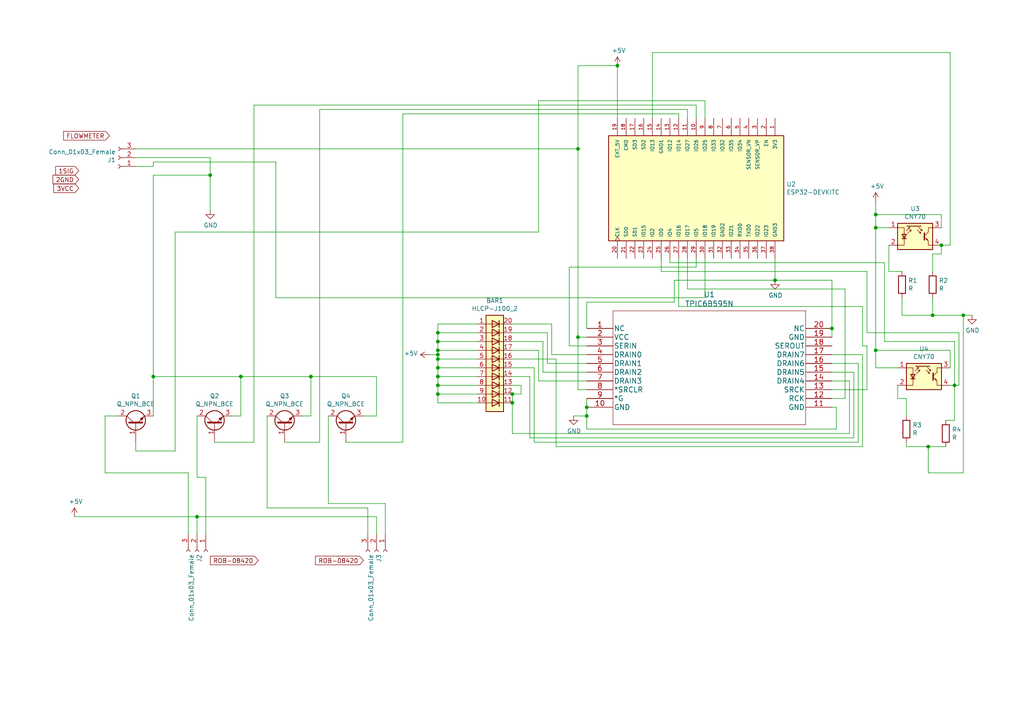
<source format=kicad_sch>
(kicad_sch (version 20211123) (generator eeschema)

  (uuid 536c0f2e-a76d-4281-8dcd-eb6cce511fc4)

  (paper "A4")

  (lib_symbols
    (symbol "Connector:Conn_01x03_Female" (pin_names (offset 1.016) hide) (in_bom yes) (on_board yes)
      (property "Reference" "J" (id 0) (at 0 5.08 0)
        (effects (font (size 1.27 1.27)))
      )
      (property "Value" "Conn_01x03_Female" (id 1) (at 0 -5.08 0)
        (effects (font (size 1.27 1.27)))
      )
      (property "Footprint" "" (id 2) (at 0 0 0)
        (effects (font (size 1.27 1.27)) hide)
      )
      (property "Datasheet" "~" (id 3) (at 0 0 0)
        (effects (font (size 1.27 1.27)) hide)
      )
      (property "ki_keywords" "connector" (id 4) (at 0 0 0)
        (effects (font (size 1.27 1.27)) hide)
      )
      (property "ki_description" "Generic connector, single row, 01x03, script generated (kicad-library-utils/schlib/autogen/connector/)" (id 5) (at 0 0 0)
        (effects (font (size 1.27 1.27)) hide)
      )
      (property "ki_fp_filters" "Connector*:*_1x??_*" (id 6) (at 0 0 0)
        (effects (font (size 1.27 1.27)) hide)
      )
      (symbol "Conn_01x03_Female_1_1"
        (arc (start 0 -2.032) (mid -0.508 -2.54) (end 0 -3.048)
          (stroke (width 0.1524) (type default) (color 0 0 0 0))
          (fill (type none))
        )
        (polyline
          (pts
            (xy -1.27 -2.54)
            (xy -0.508 -2.54)
          )
          (stroke (width 0.1524) (type default) (color 0 0 0 0))
          (fill (type none))
        )
        (polyline
          (pts
            (xy -1.27 0)
            (xy -0.508 0)
          )
          (stroke (width 0.1524) (type default) (color 0 0 0 0))
          (fill (type none))
        )
        (polyline
          (pts
            (xy -1.27 2.54)
            (xy -0.508 2.54)
          )
          (stroke (width 0.1524) (type default) (color 0 0 0 0))
          (fill (type none))
        )
        (arc (start 0 0.508) (mid -0.508 0) (end 0 -0.508)
          (stroke (width 0.1524) (type default) (color 0 0 0 0))
          (fill (type none))
        )
        (arc (start 0 3.048) (mid -0.508 2.54) (end 0 2.032)
          (stroke (width 0.1524) (type default) (color 0 0 0 0))
          (fill (type none))
        )
        (pin passive line (at -5.08 2.54 0) (length 3.81)
          (name "Pin_1" (effects (font (size 1.27 1.27))))
          (number "1" (effects (font (size 1.27 1.27))))
        )
        (pin passive line (at -5.08 0 0) (length 3.81)
          (name "Pin_2" (effects (font (size 1.27 1.27))))
          (number "2" (effects (font (size 1.27 1.27))))
        )
        (pin passive line (at -5.08 -2.54 0) (length 3.81)
          (name "Pin_3" (effects (font (size 1.27 1.27))))
          (number "3" (effects (font (size 1.27 1.27))))
        )
      )
    )
    (symbol "ControlCalefaccion-rescue:ESP32-DEVKITC-esp32pry" (pin_names (offset 1.016)) (in_bom yes) (on_board yes)
      (property "Reference" "U" (id 0) (at -15.2654 26.0604 0)
        (effects (font (size 1.27 1.27)) (justify left bottom))
      )
      (property "Value" "ESP32-DEVKITC-esp32pry" (id 1) (at -15.2654 -27.9654 0)
        (effects (font (size 1.27 1.27)) (justify left bottom))
      )
      (property "Footprint" "MODULE_ESP32-DEVKITC" (id 2) (at 0 0 0)
        (effects (font (size 1.27 1.27)) (justify left bottom) hide)
      )
      (property "Datasheet" "" (id 3) (at 0 0 0)
        (effects (font (size 1.27 1.27)) (justify left bottom) hide)
      )
      (property "STANDARD" "Manufacturer Recommendations" (id 4) (at 0 0 0)
        (effects (font (size 1.27 1.27)) (justify left bottom) hide)
      )
      (property "PARTREV" "N/A" (id 5) (at 0 0 0)
        (effects (font (size 1.27 1.27)) (justify left bottom) hide)
      )
      (property "MANUFACTURER" "ESPRESSIF" (id 6) (at 0 0 0)
        (effects (font (size 1.27 1.27)) (justify left bottom) hide)
      )
      (property "ki_locked" "" (id 7) (at 0 0 0)
        (effects (font (size 1.27 1.27)))
      )
      (symbol "ESP32-DEVKITC-esp32pry_0_0"
        (rectangle (start -15.24 -25.4) (end 15.24 25.4)
          (stroke (width 0.254) (type default) (color 0 0 0 0))
          (fill (type background))
        )
        (pin power_in line (at -20.32 22.86 0) (length 5.08)
          (name "3V3" (effects (font (size 1.016 1.016))))
          (number "1" (effects (font (size 1.016 1.016))))
        )
        (pin bidirectional line (at -20.32 0 0) (length 5.08)
          (name "IO26" (effects (font (size 1.016 1.016))))
          (number "10" (effects (font (size 1.016 1.016))))
        )
        (pin bidirectional line (at -20.32 -2.54 0) (length 5.08)
          (name "IO27" (effects (font (size 1.016 1.016))))
          (number "11" (effects (font (size 1.016 1.016))))
        )
        (pin bidirectional line (at -20.32 -5.08 0) (length 5.08)
          (name "IO14" (effects (font (size 1.016 1.016))))
          (number "12" (effects (font (size 1.016 1.016))))
        )
        (pin bidirectional line (at -20.32 -7.62 0) (length 5.08)
          (name "IO12" (effects (font (size 1.016 1.016))))
          (number "13" (effects (font (size 1.016 1.016))))
        )
        (pin power_in line (at -20.32 -10.16 0) (length 5.08)
          (name "GND1" (effects (font (size 1.016 1.016))))
          (number "14" (effects (font (size 1.016 1.016))))
        )
        (pin bidirectional line (at -20.32 -12.7 0) (length 5.08)
          (name "IO13" (effects (font (size 1.016 1.016))))
          (number "15" (effects (font (size 1.016 1.016))))
        )
        (pin bidirectional line (at -20.32 -15.24 0) (length 5.08)
          (name "SD2" (effects (font (size 1.016 1.016))))
          (number "16" (effects (font (size 1.016 1.016))))
        )
        (pin bidirectional line (at -20.32 -17.78 0) (length 5.08)
          (name "SD3" (effects (font (size 1.016 1.016))))
          (number "17" (effects (font (size 1.016 1.016))))
        )
        (pin bidirectional line (at -20.32 -20.32 0) (length 5.08)
          (name "CMD" (effects (font (size 1.016 1.016))))
          (number "18" (effects (font (size 1.016 1.016))))
        )
        (pin power_in line (at -20.32 -22.86 0) (length 5.08)
          (name "EXT_5V" (effects (font (size 1.016 1.016))))
          (number "19" (effects (font (size 1.016 1.016))))
        )
        (pin input line (at -20.32 20.32 0) (length 5.08)
          (name "EN" (effects (font (size 1.016 1.016))))
          (number "2" (effects (font (size 1.016 1.016))))
        )
        (pin input clock (at 20.32 -22.86 180) (length 5.08)
          (name "CLK" (effects (font (size 1.016 1.016))))
          (number "20" (effects (font (size 1.016 1.016))))
        )
        (pin bidirectional line (at 20.32 -20.32 180) (length 5.08)
          (name "SD0" (effects (font (size 1.016 1.016))))
          (number "21" (effects (font (size 1.016 1.016))))
        )
        (pin bidirectional line (at 20.32 -17.78 180) (length 5.08)
          (name "SD1" (effects (font (size 1.016 1.016))))
          (number "22" (effects (font (size 1.016 1.016))))
        )
        (pin bidirectional line (at 20.32 -15.24 180) (length 5.08)
          (name "IO15" (effects (font (size 1.016 1.016))))
          (number "23" (effects (font (size 1.016 1.016))))
        )
        (pin bidirectional line (at 20.32 -12.7 180) (length 5.08)
          (name "IO2" (effects (font (size 1.016 1.016))))
          (number "24" (effects (font (size 1.016 1.016))))
        )
        (pin bidirectional line (at 20.32 -10.16 180) (length 5.08)
          (name "IO0" (effects (font (size 1.016 1.016))))
          (number "25" (effects (font (size 1.016 1.016))))
        )
        (pin bidirectional line (at 20.32 -7.62 180) (length 5.08)
          (name "IO4" (effects (font (size 1.016 1.016))))
          (number "26" (effects (font (size 1.016 1.016))))
        )
        (pin bidirectional line (at 20.32 -5.08 180) (length 5.08)
          (name "IO16" (effects (font (size 1.016 1.016))))
          (number "27" (effects (font (size 1.016 1.016))))
        )
        (pin bidirectional line (at 20.32 -2.54 180) (length 5.08)
          (name "IO17" (effects (font (size 1.016 1.016))))
          (number "28" (effects (font (size 1.016 1.016))))
        )
        (pin bidirectional line (at 20.32 0 180) (length 5.08)
          (name "IO5" (effects (font (size 1.016 1.016))))
          (number "29" (effects (font (size 1.016 1.016))))
        )
        (pin input line (at -20.32 17.78 0) (length 5.08)
          (name "SENSOR_VP" (effects (font (size 1.016 1.016))))
          (number "3" (effects (font (size 1.016 1.016))))
        )
        (pin bidirectional line (at 20.32 2.54 180) (length 5.08)
          (name "IO18" (effects (font (size 1.016 1.016))))
          (number "30" (effects (font (size 1.016 1.016))))
        )
        (pin bidirectional line (at 20.32 5.08 180) (length 5.08)
          (name "IO19" (effects (font (size 1.016 1.016))))
          (number "31" (effects (font (size 1.016 1.016))))
        )
        (pin power_in line (at 20.32 7.62 180) (length 5.08)
          (name "GND2" (effects (font (size 1.016 1.016))))
          (number "32" (effects (font (size 1.016 1.016))))
        )
        (pin bidirectional line (at 20.32 10.16 180) (length 5.08)
          (name "IO21" (effects (font (size 1.016 1.016))))
          (number "33" (effects (font (size 1.016 1.016))))
        )
        (pin input line (at 20.32 12.7 180) (length 5.08)
          (name "RXD0" (effects (font (size 1.016 1.016))))
          (number "34" (effects (font (size 1.016 1.016))))
        )
        (pin output line (at 20.32 15.24 180) (length 5.08)
          (name "TXD0" (effects (font (size 1.016 1.016))))
          (number "35" (effects (font (size 1.016 1.016))))
        )
        (pin bidirectional line (at 20.32 17.78 180) (length 5.08)
          (name "IO22" (effects (font (size 1.016 1.016))))
          (number "36" (effects (font (size 1.016 1.016))))
        )
        (pin bidirectional line (at 20.32 20.32 180) (length 5.08)
          (name "IO23" (effects (font (size 1.016 1.016))))
          (number "37" (effects (font (size 1.016 1.016))))
        )
        (pin power_in line (at 20.32 22.86 180) (length 5.08)
          (name "GND3" (effects (font (size 1.016 1.016))))
          (number "38" (effects (font (size 1.016 1.016))))
        )
        (pin input line (at -20.32 15.24 0) (length 5.08)
          (name "SENSOR_VN" (effects (font (size 1.016 1.016))))
          (number "4" (effects (font (size 1.016 1.016))))
        )
        (pin bidirectional line (at -20.32 12.7 0) (length 5.08)
          (name "IO34" (effects (font (size 1.016 1.016))))
          (number "5" (effects (font (size 1.016 1.016))))
        )
        (pin bidirectional line (at -20.32 10.16 0) (length 5.08)
          (name "IO35" (effects (font (size 1.016 1.016))))
          (number "6" (effects (font (size 1.016 1.016))))
        )
        (pin bidirectional line (at -20.32 7.62 0) (length 5.08)
          (name "IO32" (effects (font (size 1.016 1.016))))
          (number "7" (effects (font (size 1.016 1.016))))
        )
        (pin bidirectional line (at -20.32 5.08 0) (length 5.08)
          (name "IO33" (effects (font (size 1.016 1.016))))
          (number "8" (effects (font (size 1.016 1.016))))
        )
        (pin bidirectional line (at -20.32 2.54 0) (length 5.08)
          (name "IO25" (effects (font (size 1.016 1.016))))
          (number "9" (effects (font (size 1.016 1.016))))
        )
      )
    )
    (symbol "ControlCalefaccion-rescue:TPIC6B595N-TPIC6B595N" (pin_names (offset 0.254)) (in_bom yes) (on_board yes)
      (property "Reference" "U" (id 0) (at 35.56 10.16 0)
        (effects (font (size 1.524 1.524)))
      )
      (property "Value" "TPIC6B595N-TPIC6B595N" (id 1) (at 35.56 7.62 0)
        (effects (font (size 1.524 1.524)))
      )
      (property "Footprint" "N20" (id 2) (at 35.56 6.096 0)
        (effects (font (size 1.524 1.524)) hide)
      )
      (property "Datasheet" "" (id 3) (at 0 0 0)
        (effects (font (size 1.524 1.524)))
      )
      (property "ki_locked" "" (id 4) (at 0 0 0)
        (effects (font (size 1.27 1.27)))
      )
      (property "ki_fp_filters" "N20" (id 5) (at 0 0 0)
        (effects (font (size 1.27 1.27)) hide)
      )
      (symbol "TPIC6B595N-TPIC6B595N_1_1"
        (polyline
          (pts
            (xy 7.62 -27.94)
            (xy 63.5 -27.94)
          )
          (stroke (width 0.127) (type default) (color 0 0 0 0))
          (fill (type none))
        )
        (polyline
          (pts
            (xy 7.62 5.08)
            (xy 7.62 -27.94)
          )
          (stroke (width 0.127) (type default) (color 0 0 0 0))
          (fill (type none))
        )
        (polyline
          (pts
            (xy 63.5 -27.94)
            (xy 63.5 5.08)
          )
          (stroke (width 0.127) (type default) (color 0 0 0 0))
          (fill (type none))
        )
        (polyline
          (pts
            (xy 63.5 5.08)
            (xy 7.62 5.08)
          )
          (stroke (width 0.127) (type default) (color 0 0 0 0))
          (fill (type none))
        )
        (pin unspecified line (at 0 0 0) (length 7.62)
          (name "NC" (effects (font (size 1.4986 1.4986))))
          (number "1" (effects (font (size 1.4986 1.4986))))
        )
        (pin power_in line (at 0 -22.86 0) (length 7.62)
          (name "GND" (effects (font (size 1.4986 1.4986))))
          (number "10" (effects (font (size 1.4986 1.4986))))
        )
        (pin power_in line (at 71.12 -22.86 180) (length 7.62)
          (name "GND" (effects (font (size 1.4986 1.4986))))
          (number "11" (effects (font (size 1.4986 1.4986))))
        )
        (pin input line (at 71.12 -20.32 180) (length 7.62)
          (name "RCK" (effects (font (size 1.4986 1.4986))))
          (number "12" (effects (font (size 1.4986 1.4986))))
        )
        (pin input line (at 71.12 -17.78 180) (length 7.62)
          (name "SRCK" (effects (font (size 1.4986 1.4986))))
          (number "13" (effects (font (size 1.4986 1.4986))))
        )
        (pin output line (at 71.12 -15.24 180) (length 7.62)
          (name "DRAIN4" (effects (font (size 1.4986 1.4986))))
          (number "14" (effects (font (size 1.4986 1.4986))))
        )
        (pin output line (at 71.12 -12.7 180) (length 7.62)
          (name "DRAIN5" (effects (font (size 1.4986 1.4986))))
          (number "15" (effects (font (size 1.4986 1.4986))))
        )
        (pin output line (at 71.12 -10.16 180) (length 7.62)
          (name "DRAIN6" (effects (font (size 1.4986 1.4986))))
          (number "16" (effects (font (size 1.4986 1.4986))))
        )
        (pin output line (at 71.12 -7.62 180) (length 7.62)
          (name "DRAIN7" (effects (font (size 1.4986 1.4986))))
          (number "17" (effects (font (size 1.4986 1.4986))))
        )
        (pin output line (at 71.12 -5.08 180) (length 7.62)
          (name "SEROUT" (effects (font (size 1.4986 1.4986))))
          (number "18" (effects (font (size 1.4986 1.4986))))
        )
        (pin power_in line (at 71.12 -2.54 180) (length 7.62)
          (name "GND" (effects (font (size 1.4986 1.4986))))
          (number "19" (effects (font (size 1.4986 1.4986))))
        )
        (pin power_in line (at 0 -2.54 0) (length 7.62)
          (name "VCC" (effects (font (size 1.4986 1.4986))))
          (number "2" (effects (font (size 1.4986 1.4986))))
        )
        (pin unspecified line (at 71.12 0 180) (length 7.62)
          (name "NC" (effects (font (size 1.4986 1.4986))))
          (number "20" (effects (font (size 1.4986 1.4986))))
        )
        (pin input line (at 0 -5.08 0) (length 7.62)
          (name "SERIN" (effects (font (size 1.4986 1.4986))))
          (number "3" (effects (font (size 1.4986 1.4986))))
        )
        (pin output line (at 0 -7.62 0) (length 7.62)
          (name "DRAIN0" (effects (font (size 1.4986 1.4986))))
          (number "4" (effects (font (size 1.4986 1.4986))))
        )
        (pin output line (at 0 -10.16 0) (length 7.62)
          (name "DRAIN1" (effects (font (size 1.4986 1.4986))))
          (number "5" (effects (font (size 1.4986 1.4986))))
        )
        (pin output line (at 0 -12.7 0) (length 7.62)
          (name "DRAIN2" (effects (font (size 1.4986 1.4986))))
          (number "6" (effects (font (size 1.4986 1.4986))))
        )
        (pin output line (at 0 -15.24 0) (length 7.62)
          (name "DRAIN3" (effects (font (size 1.4986 1.4986))))
          (number "7" (effects (font (size 1.4986 1.4986))))
        )
        (pin input line (at 0 -17.78 0) (length 7.62)
          (name "*SRCLR" (effects (font (size 1.4986 1.4986))))
          (number "8" (effects (font (size 1.4986 1.4986))))
        )
        (pin input line (at 0 -20.32 0) (length 7.62)
          (name "*G" (effects (font (size 1.4986 1.4986))))
          (number "9" (effects (font (size 1.4986 1.4986))))
        )
      )
    )
    (symbol "Device:Q_NPN_BCE" (pin_names (offset 0) hide) (in_bom yes) (on_board yes)
      (property "Reference" "Q" (id 0) (at 5.08 1.27 0)
        (effects (font (size 1.27 1.27)) (justify left))
      )
      (property "Value" "Q_NPN_BCE" (id 1) (at 5.08 -1.27 0)
        (effects (font (size 1.27 1.27)) (justify left))
      )
      (property "Footprint" "" (id 2) (at 5.08 2.54 0)
        (effects (font (size 1.27 1.27)) hide)
      )
      (property "Datasheet" "~" (id 3) (at 0 0 0)
        (effects (font (size 1.27 1.27)) hide)
      )
      (property "ki_keywords" "transistor NPN" (id 4) (at 0 0 0)
        (effects (font (size 1.27 1.27)) hide)
      )
      (property "ki_description" "NPN transistor, base/collector/emitter" (id 5) (at 0 0 0)
        (effects (font (size 1.27 1.27)) hide)
      )
      (symbol "Q_NPN_BCE_0_1"
        (polyline
          (pts
            (xy 0.635 0.635)
            (xy 2.54 2.54)
          )
          (stroke (width 0) (type default) (color 0 0 0 0))
          (fill (type none))
        )
        (polyline
          (pts
            (xy 0.635 -0.635)
            (xy 2.54 -2.54)
            (xy 2.54 -2.54)
          )
          (stroke (width 0) (type default) (color 0 0 0 0))
          (fill (type none))
        )
        (polyline
          (pts
            (xy 0.635 1.905)
            (xy 0.635 -1.905)
            (xy 0.635 -1.905)
          )
          (stroke (width 0.508) (type default) (color 0 0 0 0))
          (fill (type none))
        )
        (polyline
          (pts
            (xy 1.27 -1.778)
            (xy 1.778 -1.27)
            (xy 2.286 -2.286)
            (xy 1.27 -1.778)
            (xy 1.27 -1.778)
          )
          (stroke (width 0) (type default) (color 0 0 0 0))
          (fill (type outline))
        )
        (circle (center 1.27 0) (radius 2.8194)
          (stroke (width 0.254) (type default) (color 0 0 0 0))
          (fill (type none))
        )
      )
      (symbol "Q_NPN_BCE_1_1"
        (pin input line (at -5.08 0 0) (length 5.715)
          (name "B" (effects (font (size 1.27 1.27))))
          (number "1" (effects (font (size 1.27 1.27))))
        )
        (pin passive line (at 2.54 5.08 270) (length 2.54)
          (name "C" (effects (font (size 1.27 1.27))))
          (number "2" (effects (font (size 1.27 1.27))))
        )
        (pin passive line (at 2.54 -5.08 90) (length 2.54)
          (name "E" (effects (font (size 1.27 1.27))))
          (number "3" (effects (font (size 1.27 1.27))))
        )
      )
    )
    (symbol "Device:R" (pin_numbers hide) (pin_names (offset 0)) (in_bom yes) (on_board yes)
      (property "Reference" "R" (id 0) (at 2.032 0 90)
        (effects (font (size 1.27 1.27)))
      )
      (property "Value" "R" (id 1) (at 0 0 90)
        (effects (font (size 1.27 1.27)))
      )
      (property "Footprint" "" (id 2) (at -1.778 0 90)
        (effects (font (size 1.27 1.27)) hide)
      )
      (property "Datasheet" "~" (id 3) (at 0 0 0)
        (effects (font (size 1.27 1.27)) hide)
      )
      (property "ki_keywords" "R res resistor" (id 4) (at 0 0 0)
        (effects (font (size 1.27 1.27)) hide)
      )
      (property "ki_description" "Resistor" (id 5) (at 0 0 0)
        (effects (font (size 1.27 1.27)) hide)
      )
      (property "ki_fp_filters" "R_*" (id 6) (at 0 0 0)
        (effects (font (size 1.27 1.27)) hide)
      )
      (symbol "R_0_1"
        (rectangle (start -1.016 -2.54) (end 1.016 2.54)
          (stroke (width 0.254) (type default) (color 0 0 0 0))
          (fill (type none))
        )
      )
      (symbol "R_1_1"
        (pin passive line (at 0 3.81 270) (length 1.27)
          (name "~" (effects (font (size 1.27 1.27))))
          (number "1" (effects (font (size 1.27 1.27))))
        )
        (pin passive line (at 0 -3.81 90) (length 1.27)
          (name "~" (effects (font (size 1.27 1.27))))
          (number "2" (effects (font (size 1.27 1.27))))
        )
      )
    )
    (symbol "LED:HLCP-J100_2" (pin_names (offset 1.016) hide) (in_bom yes) (on_board yes)
      (property "Reference" "BAR" (id 0) (at 0 15.24 0)
        (effects (font (size 1.27 1.27)))
      )
      (property "Value" "HLCP-J100_2" (id 1) (at 0 -17.78 0)
        (effects (font (size 1.27 1.27)))
      )
      (property "Footprint" "Display:HLCP-J100" (id 2) (at 0 -20.32 0)
        (effects (font (size 1.27 1.27)) hide)
      )
      (property "Datasheet" "https://docs.broadcom.com/docs/AV02-1798EN" (id 3) (at -50.8 5.08 0)
        (effects (font (size 1.27 1.27)) hide)
      )
      (property "ki_keywords" "display LED array" (id 4) (at 0 0 0)
        (effects (font (size 1.27 1.27)) hide)
      )
      (property "ki_description" "BAR GRAPH 10 segment block, AlGaAs red" (id 5) (at 0 0 0)
        (effects (font (size 1.27 1.27)) hide)
      )
      (property "ki_fp_filters" "HLCP?J100*" (id 6) (at 0 0 0)
        (effects (font (size 1.27 1.27)) hide)
      )
      (symbol "HLCP-J100_2_0_1"
        (rectangle (start -2.54 12.7) (end 2.54 -15.24)
          (stroke (width 0.254) (type default) (color 0 0 0 0))
          (fill (type background))
        )
        (polyline
          (pts
            (xy -2.54 -12.7)
            (xy 2.54 -12.7)
          )
          (stroke (width 0) (type default) (color 0 0 0 0))
          (fill (type none))
        )
        (polyline
          (pts
            (xy -2.54 -10.16)
            (xy 2.54 -10.16)
          )
          (stroke (width 0) (type default) (color 0 0 0 0))
          (fill (type none))
        )
        (polyline
          (pts
            (xy -2.54 -7.62)
            (xy 2.54 -7.62)
          )
          (stroke (width 0) (type default) (color 0 0 0 0))
          (fill (type none))
        )
        (polyline
          (pts
            (xy -2.54 -5.08)
            (xy 2.54 -5.08)
          )
          (stroke (width 0) (type default) (color 0 0 0 0))
          (fill (type none))
        )
        (polyline
          (pts
            (xy -2.54 0)
            (xy 2.54 0)
          )
          (stroke (width 0) (type default) (color 0 0 0 0))
          (fill (type none))
        )
        (polyline
          (pts
            (xy -2.54 5.08)
            (xy 2.54 5.08)
          )
          (stroke (width 0) (type default) (color 0 0 0 0))
          (fill (type none))
        )
        (polyline
          (pts
            (xy -2.54 7.62)
            (xy 2.54 7.62)
          )
          (stroke (width 0) (type default) (color 0 0 0 0))
          (fill (type none))
        )
        (polyline
          (pts
            (xy -2.54 10.16)
            (xy 2.54 10.16)
          )
          (stroke (width 0) (type default) (color 0 0 0 0))
          (fill (type none))
        )
        (polyline
          (pts
            (xy 1.27 -11.684)
            (xy 1.27 -13.716)
          )
          (stroke (width 0.254) (type default) (color 0 0 0 0))
          (fill (type none))
        )
        (polyline
          (pts
            (xy 1.27 -9.144)
            (xy 1.27 -11.176)
          )
          (stroke (width 0.254) (type default) (color 0 0 0 0))
          (fill (type none))
        )
        (polyline
          (pts
            (xy 1.27 -6.604)
            (xy 1.27 -8.636)
          )
          (stroke (width 0.254) (type default) (color 0 0 0 0))
          (fill (type none))
        )
        (polyline
          (pts
            (xy 1.27 -4.064)
            (xy 1.27 -6.096)
          )
          (stroke (width 0.254) (type default) (color 0 0 0 0))
          (fill (type none))
        )
        (polyline
          (pts
            (xy 1.27 -1.524)
            (xy 1.27 -3.556)
          )
          (stroke (width 0.254) (type default) (color 0 0 0 0))
          (fill (type none))
        )
        (polyline
          (pts
            (xy 1.27 1.016)
            (xy 1.27 -1.016)
          )
          (stroke (width 0.254) (type default) (color 0 0 0 0))
          (fill (type none))
        )
        (polyline
          (pts
            (xy 1.27 3.556)
            (xy 1.27 1.524)
          )
          (stroke (width 0.254) (type default) (color 0 0 0 0))
          (fill (type none))
        )
        (polyline
          (pts
            (xy 1.27 6.096)
            (xy 1.27 4.064)
          )
          (stroke (width 0.254) (type default) (color 0 0 0 0))
          (fill (type none))
        )
        (polyline
          (pts
            (xy 1.27 8.636)
            (xy 1.27 6.604)
          )
          (stroke (width 0.254) (type default) (color 0 0 0 0))
          (fill (type none))
        )
        (polyline
          (pts
            (xy 1.27 11.176)
            (xy 1.27 9.144)
          )
          (stroke (width 0.254) (type default) (color 0 0 0 0))
          (fill (type none))
        )
        (polyline
          (pts
            (xy 2.54 -2.54)
            (xy -2.54 -2.54)
          )
          (stroke (width 0) (type default) (color 0 0 0 0))
          (fill (type none))
        )
        (polyline
          (pts
            (xy 2.54 2.54)
            (xy -2.54 2.54)
          )
          (stroke (width 0) (type default) (color 0 0 0 0))
          (fill (type none))
        )
        (polyline
          (pts
            (xy -0.762 -11.684)
            (xy -0.762 -13.716)
            (xy 1.27 -12.7)
            (xy -0.762 -11.684)
          )
          (stroke (width 0.254) (type default) (color 0 0 0 0))
          (fill (type none))
        )
        (polyline
          (pts
            (xy -0.762 -9.144)
            (xy -0.762 -11.176)
            (xy 1.27 -10.16)
            (xy -0.762 -9.144)
          )
          (stroke (width 0.254) (type default) (color 0 0 0 0))
          (fill (type none))
        )
        (polyline
          (pts
            (xy -0.762 -6.604)
            (xy -0.762 -8.636)
            (xy 1.27 -7.62)
            (xy -0.762 -6.604)
          )
          (stroke (width 0.254) (type default) (color 0 0 0 0))
          (fill (type none))
        )
        (polyline
          (pts
            (xy -0.762 -4.064)
            (xy -0.762 -6.096)
            (xy 1.27 -5.08)
            (xy -0.762 -4.064)
          )
          (stroke (width 0.254) (type default) (color 0 0 0 0))
          (fill (type none))
        )
        (polyline
          (pts
            (xy -0.762 -1.524)
            (xy -0.762 -3.556)
            (xy 1.27 -2.54)
            (xy -0.762 -1.524)
          )
          (stroke (width 0.254) (type default) (color 0 0 0 0))
          (fill (type none))
        )
        (polyline
          (pts
            (xy -0.762 1.016)
            (xy -0.762 -1.016)
            (xy 1.27 0)
            (xy -0.762 1.016)
          )
          (stroke (width 0.254) (type default) (color 0 0 0 0))
          (fill (type none))
        )
        (polyline
          (pts
            (xy -0.762 3.556)
            (xy -0.762 1.524)
            (xy 1.27 2.54)
            (xy -0.762 3.556)
          )
          (stroke (width 0.254) (type default) (color 0 0 0 0))
          (fill (type none))
        )
        (polyline
          (pts
            (xy -0.762 6.096)
            (xy -0.762 4.064)
            (xy 1.27 5.08)
            (xy -0.762 6.096)
          )
          (stroke (width 0.254) (type default) (color 0 0 0 0))
          (fill (type none))
        )
        (polyline
          (pts
            (xy -0.762 8.636)
            (xy -0.762 6.604)
            (xy 1.27 7.62)
            (xy -0.762 8.636)
          )
          (stroke (width 0.254) (type default) (color 0 0 0 0))
          (fill (type none))
        )
        (polyline
          (pts
            (xy -0.762 11.176)
            (xy -0.762 9.144)
            (xy 1.27 10.16)
            (xy -0.762 11.176)
          )
          (stroke (width 0.254) (type default) (color 0 0 0 0))
          (fill (type none))
        )
      )
      (symbol "HLCP-J100_2_1_1"
        (pin passive line (at -5.08 10.16 0) (length 2.54)
          (name "A" (effects (font (size 1.27 1.27))))
          (number "1" (effects (font (size 1.27 1.27))))
        )
        (pin passive line (at -5.08 -12.7 0) (length 2.54)
          (name "A" (effects (font (size 1.27 1.27))))
          (number "10" (effects (font (size 1.27 1.27))))
        )
        (pin passive line (at 5.08 -12.7 180) (length 2.54)
          (name "K" (effects (font (size 1.27 1.27))))
          (number "11" (effects (font (size 1.27 1.27))))
        )
        (pin passive line (at 5.08 -10.16 180) (length 2.54)
          (name "K" (effects (font (size 1.27 1.27))))
          (number "12" (effects (font (size 1.27 1.27))))
        )
        (pin passive line (at 5.08 -7.62 180) (length 2.54)
          (name "K" (effects (font (size 1.27 1.27))))
          (number "13" (effects (font (size 1.27 1.27))))
        )
        (pin passive line (at 5.08 -5.08 180) (length 2.54)
          (name "K" (effects (font (size 1.27 1.27))))
          (number "14" (effects (font (size 1.27 1.27))))
        )
        (pin passive line (at 5.08 -2.54 180) (length 2.54)
          (name "K" (effects (font (size 1.27 1.27))))
          (number "15" (effects (font (size 1.27 1.27))))
        )
        (pin passive line (at 5.08 0 180) (length 2.54)
          (name "K" (effects (font (size 1.27 1.27))))
          (number "16" (effects (font (size 1.27 1.27))))
        )
        (pin passive line (at 5.08 2.54 180) (length 2.54)
          (name "K" (effects (font (size 1.27 1.27))))
          (number "17" (effects (font (size 1.27 1.27))))
        )
        (pin passive line (at 5.08 5.08 180) (length 2.54)
          (name "K" (effects (font (size 1.27 1.27))))
          (number "18" (effects (font (size 1.27 1.27))))
        )
        (pin passive line (at 5.08 7.62 180) (length 2.54)
          (name "K" (effects (font (size 1.27 1.27))))
          (number "19" (effects (font (size 1.27 1.27))))
        )
        (pin passive line (at -5.08 7.62 0) (length 2.54)
          (name "A" (effects (font (size 1.27 1.27))))
          (number "2" (effects (font (size 1.27 1.27))))
        )
        (pin passive line (at 5.08 10.16 180) (length 2.54)
          (name "K" (effects (font (size 1.27 1.27))))
          (number "20" (effects (font (size 1.27 1.27))))
        )
        (pin passive line (at -5.08 5.08 0) (length 2.54)
          (name "A" (effects (font (size 1.27 1.27))))
          (number "3" (effects (font (size 1.27 1.27))))
        )
        (pin passive line (at -5.08 2.54 0) (length 2.54)
          (name "A" (effects (font (size 1.27 1.27))))
          (number "4" (effects (font (size 1.27 1.27))))
        )
        (pin passive line (at -5.08 0 0) (length 2.54)
          (name "A" (effects (font (size 1.27 1.27))))
          (number "5" (effects (font (size 1.27 1.27))))
        )
        (pin passive line (at -5.08 -2.54 0) (length 2.54)
          (name "A" (effects (font (size 1.27 1.27))))
          (number "6" (effects (font (size 1.27 1.27))))
        )
        (pin passive line (at -5.08 -5.08 0) (length 2.54)
          (name "A" (effects (font (size 1.27 1.27))))
          (number "7" (effects (font (size 1.27 1.27))))
        )
        (pin passive line (at -5.08 -7.62 0) (length 2.54)
          (name "A" (effects (font (size 1.27 1.27))))
          (number "8" (effects (font (size 1.27 1.27))))
        )
        (pin passive line (at -5.08 -10.16 0) (length 2.54)
          (name "A" (effects (font (size 1.27 1.27))))
          (number "9" (effects (font (size 1.27 1.27))))
        )
      )
    )
    (symbol "Sensor_Proximity:CNY70" (pin_names (offset 1.016) hide) (in_bom yes) (on_board yes)
      (property "Reference" "U" (id 0) (at -5.08 5.08 0)
        (effects (font (size 1.27 1.27)))
      )
      (property "Value" "CNY70" (id 1) (at 5.08 5.08 0)
        (effects (font (size 1.27 1.27)) (justify right))
      )
      (property "Footprint" "OptoDevice:Vishay_CNY70" (id 2) (at 0 -5.08 0)
        (effects (font (size 1.27 1.27)) hide)
      )
      (property "Datasheet" "https://www.vishay.com/docs/83751/cny70.pdf" (id 3) (at 0 2.54 0)
        (effects (font (size 1.27 1.27)) hide)
      )
      (property "ki_keywords" "Reflective Optical Sensor Opto" (id 4) (at 0 0 0)
        (effects (font (size 1.27 1.27)) hide)
      )
      (property "ki_description" "Reflective Optical Sensor with Transistor Output" (id 5) (at 0 0 0)
        (effects (font (size 1.27 1.27)) hide)
      )
      (property "ki_fp_filters" "Vishay*CNY70*" (id 6) (at 0 0 0)
        (effects (font (size 1.27 1.27)) hide)
      )
      (symbol "CNY70_0_1"
        (polyline
          (pts
            (xy -3.81 -0.635)
            (xy -2.54 -0.635)
          )
          (stroke (width 0.254) (type default) (color 0 0 0 0))
          (fill (type none))
        )
        (polyline
          (pts
            (xy -2.286 2.921)
            (xy -2.032 3.175)
          )
          (stroke (width 0) (type default) (color 0 0 0 0))
          (fill (type none))
        )
        (polyline
          (pts
            (xy -1.778 2.921)
            (xy -1.524 3.175)
          )
          (stroke (width 0) (type default) (color 0 0 0 0))
          (fill (type none))
        )
        (polyline
          (pts
            (xy -1.524 2.667)
            (xy -1.651 2.159)
          )
          (stroke (width 0) (type default) (color 0 0 0 0))
          (fill (type none))
        )
        (polyline
          (pts
            (xy -1.27 2.921)
            (xy -1.016 3.175)
          )
          (stroke (width 0) (type default) (color 0 0 0 0))
          (fill (type none))
        )
        (polyline
          (pts
            (xy -1.143 1.905)
            (xy -1.27 1.397)
          )
          (stroke (width 0) (type default) (color 0 0 0 0))
          (fill (type none))
        )
        (polyline
          (pts
            (xy -0.762 2.921)
            (xy -0.508 3.175)
          )
          (stroke (width 0) (type default) (color 0 0 0 0))
          (fill (type none))
        )
        (polyline
          (pts
            (xy -0.254 2.921)
            (xy 0 3.175)
          )
          (stroke (width 0) (type default) (color 0 0 0 0))
          (fill (type none))
        )
        (polyline
          (pts
            (xy 0.254 2.921)
            (xy 0.508 3.175)
          )
          (stroke (width 0) (type default) (color 0 0 0 0))
          (fill (type none))
        )
        (polyline
          (pts
            (xy 0.762 2.921)
            (xy 1.016 3.175)
          )
          (stroke (width 0) (type default) (color 0 0 0 0))
          (fill (type none))
        )
        (polyline
          (pts
            (xy 1.27 2.921)
            (xy 1.524 3.175)
          )
          (stroke (width 0) (type default) (color 0 0 0 0))
          (fill (type none))
        )
        (polyline
          (pts
            (xy 1.651 0.889)
            (xy 1.143 1.016)
          )
          (stroke (width 0) (type default) (color 0 0 0 0))
          (fill (type none))
        )
        (polyline
          (pts
            (xy 1.778 2.921)
            (xy -2.413 2.921)
          )
          (stroke (width 0) (type default) (color 0 0 0 0))
          (fill (type none))
        )
        (polyline
          (pts
            (xy 2.032 1.651)
            (xy 1.524 1.778)
          )
          (stroke (width 0) (type default) (color 0 0 0 0))
          (fill (type none))
        )
        (polyline
          (pts
            (xy 2.667 -0.127)
            (xy 3.81 -1.27)
          )
          (stroke (width 0) (type default) (color 0 0 0 0))
          (fill (type none))
        )
        (polyline
          (pts
            (xy 2.667 0.127)
            (xy 3.81 1.27)
          )
          (stroke (width 0) (type default) (color 0 0 0 0))
          (fill (type none))
        )
        (polyline
          (pts
            (xy -2.54 1.651)
            (xy -1.524 2.667)
            (xy -2.032 2.54)
          )
          (stroke (width 0) (type default) (color 0 0 0 0))
          (fill (type none))
        )
        (polyline
          (pts
            (xy -2.159 0.889)
            (xy -1.143 1.905)
            (xy -1.651 1.778)
          )
          (stroke (width 0) (type default) (color 0 0 0 0))
          (fill (type none))
        )
        (polyline
          (pts
            (xy 0.635 1.905)
            (xy 1.651 0.889)
            (xy 1.524 1.397)
          )
          (stroke (width 0) (type default) (color 0 0 0 0))
          (fill (type none))
        )
        (polyline
          (pts
            (xy 1.016 2.667)
            (xy 2.032 1.651)
            (xy 1.905 2.159)
          )
          (stroke (width 0) (type default) (color 0 0 0 0))
          (fill (type none))
        )
        (polyline
          (pts
            (xy 2.667 1.016)
            (xy 2.667 -1.016)
            (xy 2.667 -1.016)
          )
          (stroke (width 0.3556) (type default) (color 0 0 0 0))
          (fill (type none))
        )
        (polyline
          (pts
            (xy 3.81 -1.27)
            (xy 3.81 -2.54)
            (xy 5.08 -2.54)
          )
          (stroke (width 0) (type default) (color 0 0 0 0))
          (fill (type none))
        )
        (polyline
          (pts
            (xy 3.81 1.27)
            (xy 3.81 2.54)
            (xy 5.08 2.54)
          )
          (stroke (width 0) (type default) (color 0 0 0 0))
          (fill (type none))
        )
        (polyline
          (pts
            (xy -5.08 -2.54)
            (xy -3.175 -2.54)
            (xy -3.175 2.54)
            (xy -5.08 2.54)
          )
          (stroke (width 0) (type default) (color 0 0 0 0))
          (fill (type none))
        )
        (polyline
          (pts
            (xy -3.175 -0.635)
            (xy -3.81 0.635)
            (xy -2.54 0.635)
            (xy -3.175 -0.635)
          )
          (stroke (width 0.254) (type default) (color 0 0 0 0))
          (fill (type none))
        )
        (polyline
          (pts
            (xy 3.683 -1.143)
            (xy 3.429 -0.635)
            (xy 3.175 -0.889)
            (xy 3.683 -1.143)
          )
          (stroke (width 0) (type default) (color 0 0 0 0))
          (fill (type none))
        )
        (polyline
          (pts
            (xy -5.08 -3.81)
            (xy 5.08 -3.81)
            (xy 5.08 3.81)
            (xy -5.08 3.81)
            (xy -5.08 -3.81)
          )
          (stroke (width 0.254) (type default) (color 0 0 0 0))
          (fill (type background))
        )
      )
      (symbol "CNY70_1_1"
        (pin passive line (at -7.62 2.54 0) (length 2.54)
          (name "A" (effects (font (size 1.27 1.27))))
          (number "1" (effects (font (size 1.27 1.27))))
        )
        (pin passive line (at -7.62 -2.54 0) (length 2.54)
          (name "K" (effects (font (size 1.27 1.27))))
          (number "2" (effects (font (size 1.27 1.27))))
        )
        (pin open_collector line (at 7.62 2.54 180) (length 2.54)
          (name "C" (effects (font (size 1.27 1.27))))
          (number "3" (effects (font (size 1.27 1.27))))
        )
        (pin open_emitter line (at 7.62 -2.54 180) (length 2.54)
          (name "E" (effects (font (size 1.27 1.27))))
          (number "4" (effects (font (size 1.27 1.27))))
        )
      )
    )
    (symbol "power:+5V" (power) (pin_names (offset 0)) (in_bom yes) (on_board yes)
      (property "Reference" "#PWR" (id 0) (at 0 -3.81 0)
        (effects (font (size 1.27 1.27)) hide)
      )
      (property "Value" "+5V" (id 1) (at 0 3.556 0)
        (effects (font (size 1.27 1.27)))
      )
      (property "Footprint" "" (id 2) (at 0 0 0)
        (effects (font (size 1.27 1.27)) hide)
      )
      (property "Datasheet" "" (id 3) (at 0 0 0)
        (effects (font (size 1.27 1.27)) hide)
      )
      (property "ki_keywords" "power-flag" (id 4) (at 0 0 0)
        (effects (font (size 1.27 1.27)) hide)
      )
      (property "ki_description" "Power symbol creates a global label with name \"+5V\"" (id 5) (at 0 0 0)
        (effects (font (size 1.27 1.27)) hide)
      )
      (symbol "+5V_0_1"
        (polyline
          (pts
            (xy -0.762 1.27)
            (xy 0 2.54)
          )
          (stroke (width 0) (type default) (color 0 0 0 0))
          (fill (type none))
        )
        (polyline
          (pts
            (xy 0 0)
            (xy 0 2.54)
          )
          (stroke (width 0) (type default) (color 0 0 0 0))
          (fill (type none))
        )
        (polyline
          (pts
            (xy 0 2.54)
            (xy 0.762 1.27)
          )
          (stroke (width 0) (type default) (color 0 0 0 0))
          (fill (type none))
        )
      )
      (symbol "+5V_1_1"
        (pin power_in line (at 0 0 90) (length 0) hide
          (name "+5V" (effects (font (size 1.27 1.27))))
          (number "1" (effects (font (size 1.27 1.27))))
        )
      )
    )
    (symbol "power:GND" (power) (pin_names (offset 0)) (in_bom yes) (on_board yes)
      (property "Reference" "#PWR" (id 0) (at 0 -6.35 0)
        (effects (font (size 1.27 1.27)) hide)
      )
      (property "Value" "GND" (id 1) (at 0 -3.81 0)
        (effects (font (size 1.27 1.27)))
      )
      (property "Footprint" "" (id 2) (at 0 0 0)
        (effects (font (size 1.27 1.27)) hide)
      )
      (property "Datasheet" "" (id 3) (at 0 0 0)
        (effects (font (size 1.27 1.27)) hide)
      )
      (property "ki_keywords" "power-flag" (id 4) (at 0 0 0)
        (effects (font (size 1.27 1.27)) hide)
      )
      (property "ki_description" "Power symbol creates a global label with name \"GND\" , ground" (id 5) (at 0 0 0)
        (effects (font (size 1.27 1.27)) hide)
      )
      (symbol "GND_0_1"
        (polyline
          (pts
            (xy 0 0)
            (xy 0 -1.27)
            (xy 1.27 -1.27)
            (xy 0 -2.54)
            (xy -1.27 -1.27)
            (xy 0 -1.27)
          )
          (stroke (width 0) (type default) (color 0 0 0 0))
          (fill (type none))
        )
      )
      (symbol "GND_1_1"
        (pin power_in line (at 0 0 270) (length 0) hide
          (name "GND" (effects (font (size 1.27 1.27))))
          (number "1" (effects (font (size 1.27 1.27))))
        )
      )
    )
  )

  (junction (at 57.15 149.86) (diameter 0) (color 0 0 0 0)
    (uuid 0adb8efa-9df5-4fbb-97ee-e701721bd002)
  )
  (junction (at 254 62.23) (diameter 0) (color 0 0 0 0)
    (uuid 130fa2b0-6032-4cc7-a9d3-6fe7a89a89cc)
  )
  (junction (at 127 114.3) (diameter 0) (color 0 0 0 0)
    (uuid 1cdbf342-e4c2-4301-8855-73393e395ec6)
  )
  (junction (at 270.51 91.44) (diameter 0) (color 0 0 0 0)
    (uuid 21a919ff-22f8-4036-bbe2-80b3369129a1)
  )
  (junction (at 273.05 71.12) (diameter 0) (color 0 0 0 0)
    (uuid 2d767648-1014-437f-b184-cc4464484321)
  )
  (junction (at 167.64 43.18) (diameter 0) (color 0 0 0 0)
    (uuid 330b18c7-c794-4b52-96de-bc1aee17f102)
  )
  (junction (at 254 101.6) (diameter 0) (color 0 0 0 0)
    (uuid 35876ffa-be3c-48e0-8d3f-62b5bfe8bc7b)
  )
  (junction (at 269.24 129.54) (diameter 0) (color 0 0 0 0)
    (uuid 38e186e2-da56-47c7-8bda-acf8ec0ba0bd)
  )
  (junction (at 127 106.68) (diameter 0) (color 0 0 0 0)
    (uuid 44052f93-9237-417d-ab9d-29eefb502a5a)
  )
  (junction (at 127 96.52) (diameter 0) (color 0 0 0 0)
    (uuid 48b73b80-f831-402b-8708-36ca1a82c54a)
  )
  (junction (at 170.18 118.11) (diameter 0) (color 0 0 0 0)
    (uuid 4fa38e77-77a5-4698-baa1-92a72472f9a0)
  )
  (junction (at 60.96 50.8) (diameter 0) (color 0 0 0 0)
    (uuid 5897bf1c-223f-4807-91f8-c83bdbecfc97)
  )
  (junction (at 148.59 114.3) (diameter 0) (color 0 0 0 0)
    (uuid 58b25482-6166-4b09-9e49-66f77b64c177)
  )
  (junction (at 127 109.22) (diameter 0) (color 0 0 0 0)
    (uuid 6f66be20-3bc0-4b8c-b5f2-ef1c97217f5c)
  )
  (junction (at 127 102.87) (diameter 0) (color 0 0 0 0)
    (uuid 8ccf3221-be63-4198-b03c-798beba9d3e7)
  )
  (junction (at 179.07 19.05) (diameter 0) (color 0 0 0 0)
    (uuid 8dc3059d-4ed9-4587-8fd4-b14552ce19d6)
  )
  (junction (at 127 101.6) (diameter 0) (color 0 0 0 0)
    (uuid 960ee88c-11c3-4e3c-8d9a-311f8da672ee)
  )
  (junction (at 127 111.76) (diameter 0) (color 0 0 0 0)
    (uuid 96cc3bc4-d474-4d18-a64e-5dfa46413efa)
  )
  (junction (at 148.59 116.84) (diameter 0) (color 0 0 0 0)
    (uuid a6f9b08e-cd58-4cd5-bfbe-0e1e32f496f8)
  )
  (junction (at 254 66.04) (diameter 0) (color 0 0 0 0)
    (uuid afbcfbba-0c8c-43d2-8512-8285cc403ff0)
  )
  (junction (at 127 99.06) (diameter 0) (color 0 0 0 0)
    (uuid b339e447-8f56-4860-8cb7-436c216d0c3e)
  )
  (junction (at 69.85 109.22) (diameter 0) (color 0 0 0 0)
    (uuid b676950d-9ac8-4daf-93a5-92d016b07eb1)
  )
  (junction (at 224.79 81.28) (diameter 0) (color 0 0 0 0)
    (uuid c03d08f3-12c7-4d48-a244-eddd36b478cb)
  )
  (junction (at 44.45 109.22) (diameter 0) (color 0 0 0 0)
    (uuid c7893790-a1c3-4920-97ae-1eaa498ce7da)
  )
  (junction (at 90.17 109.22) (diameter 0) (color 0 0 0 0)
    (uuid c850a128-6ab1-490a-8042-21a95e7d40e0)
  )
  (junction (at 127 104.14) (diameter 0) (color 0 0 0 0)
    (uuid cad7ca63-1ee1-4f49-9e70-4a3754fc1975)
  )
  (junction (at 167.64 97.79) (diameter 0) (color 0 0 0 0)
    (uuid d77b4388-adc9-4d38-a2ef-79cb72ccbbb5)
  )
  (junction (at 276.86 111.76) (diameter 0) (color 0 0 0 0)
    (uuid d9610c2b-a88e-4503-864a-bcb465000475)
  )
  (junction (at 279.4 91.44) (diameter 0) (color 0 0 0 0)
    (uuid e1aed9e7-9641-474a-84b8-1d0742135f3e)
  )
  (junction (at 170.18 120.65) (diameter 0) (color 0 0 0 0)
    (uuid e9f02b27-f265-45df-8ad5-f2c8058350f1)
  )
  (junction (at 241.3 95.25) (diameter 0) (color 0 0 0 0)
    (uuid eb5a33a9-0670-414e-85e8-992b41c655de)
  )

  (wire (pts (xy 156.21 29.21) (xy 204.47 29.21))
    (stroke (width 0) (type default) (color 0 0 0 0))
    (uuid 01c7b98a-027c-48ea-b729-35ae8bd3baba)
  )
  (wire (pts (xy 109.22 109.22) (xy 109.22 120.65))
    (stroke (width 0) (type default) (color 0 0 0 0))
    (uuid 01fa159b-32cb-46d0-987b-5fd97e0064f2)
  )
  (wire (pts (xy 241.3 81.28) (xy 224.79 81.28))
    (stroke (width 0) (type default) (color 0 0 0 0))
    (uuid 0272b695-1b0a-44a0-86c8-486d36bc3086)
  )
  (wire (pts (xy 50.8 67.31) (xy 156.21 67.31))
    (stroke (width 0) (type default) (color 0 0 0 0))
    (uuid 03e18d3c-c121-404e-9d4b-b0b1ff86a059)
  )
  (wire (pts (xy 276.86 111.76) (xy 276.86 121.92))
    (stroke (width 0) (type default) (color 0 0 0 0))
    (uuid 058cab3f-d958-4202-89e6-12dc243f2b59)
  )
  (wire (pts (xy 254 101.6) (xy 254 106.68))
    (stroke (width 0) (type default) (color 0 0 0 0))
    (uuid 064d2c8e-0583-457b-aa84-03e933953463)
  )
  (wire (pts (xy 250.19 88.9) (xy 250.19 100.33))
    (stroke (width 0) (type default) (color 0 0 0 0))
    (uuid 07085b38-0c37-43d5-b307-7175859c9be2)
  )
  (wire (pts (xy 167.64 19.05) (xy 167.64 43.18))
    (stroke (width 0) (type default) (color 0 0 0 0))
    (uuid 07af0568-eae6-4b32-b8c6-4982654ce178)
  )
  (wire (pts (xy 167.64 113.03) (xy 167.64 97.79))
    (stroke (width 0) (type default) (color 0 0 0 0))
    (uuid 08d849fb-ac74-40ca-b3d6-888a19dc20f3)
  )
  (wire (pts (xy 257.81 78.74) (xy 257.81 71.12))
    (stroke (width 0) (type default) (color 0 0 0 0))
    (uuid 08fd6aff-a4d0-451c-9954-e38606f37a99)
  )
  (wire (pts (xy 92.71 31.75) (xy 199.39 31.75))
    (stroke (width 0) (type default) (color 0 0 0 0))
    (uuid 0d57ecd4-315d-4410-81e5-61d5f8f85f4b)
  )
  (wire (pts (xy 90.17 109.22) (xy 90.17 120.65))
    (stroke (width 0) (type default) (color 0 0 0 0))
    (uuid 10604977-de5f-4a65-b157-22e32aebc9d9)
  )
  (wire (pts (xy 157.48 99.06) (xy 157.48 107.95))
    (stroke (width 0) (type default) (color 0 0 0 0))
    (uuid 1063450e-1f80-4362-be2e-34c3308ff62e)
  )
  (wire (pts (xy 262.89 120.65) (xy 262.89 115.57))
    (stroke (width 0) (type default) (color 0 0 0 0))
    (uuid 10d2d7b5-e171-4771-b08d-37a758f64287)
  )
  (wire (pts (xy 165.1 100.33) (xy 170.18 100.33))
    (stroke (width 0) (type default) (color 0 0 0 0))
    (uuid 13b84539-b4e6-469a-ae74-7eb483e1a651)
  )
  (wire (pts (xy 57.15 120.65) (xy 57.15 138.43))
    (stroke (width 0) (type default) (color 0 0 0 0))
    (uuid 147ac58d-efd9-4240-ae3b-1ec7255e7ae7)
  )
  (wire (pts (xy 270.51 86.36) (xy 270.51 91.44))
    (stroke (width 0) (type default) (color 0 0 0 0))
    (uuid 16533274-c1c2-4083-9855-d80dc44cda82)
  )
  (wire (pts (xy 57.15 154.94) (xy 57.15 149.86))
    (stroke (width 0) (type default) (color 0 0 0 0))
    (uuid 1917c169-7c21-4c18-8467-dcd7350879a3)
  )
  (wire (pts (xy 138.43 111.76) (xy 127 111.76))
    (stroke (width 0) (type default) (color 0 0 0 0))
    (uuid 199fead9-dcf8-409a-8553-6629a0d75739)
  )
  (wire (pts (xy 109.22 120.65) (xy 105.41 120.65))
    (stroke (width 0) (type default) (color 0 0 0 0))
    (uuid 1b45978a-f2a5-48ab-bf07-6551e763b3e8)
  )
  (wire (pts (xy 54.61 137.16) (xy 30.48 137.16))
    (stroke (width 0) (type default) (color 0 0 0 0))
    (uuid 1ee1c3ce-f4f2-4a94-ac57-311347c7a308)
  )
  (wire (pts (xy 153.67 109.22) (xy 153.67 127))
    (stroke (width 0) (type default) (color 0 0 0 0))
    (uuid 23b355aa-cf61-42a0-bfcf-19f78cff62f3)
  )
  (wire (pts (xy 275.59 101.6) (xy 275.59 106.68))
    (stroke (width 0) (type default) (color 0 0 0 0))
    (uuid 264cd669-ba46-4dbb-926f-6b924ce47f24)
  )
  (wire (pts (xy 116.84 33.02) (xy 196.85 33.02))
    (stroke (width 0) (type default) (color 0 0 0 0))
    (uuid 26d6ff86-9eae-465f-b2ab-1347303a58b4)
  )
  (wire (pts (xy 242.57 118.11) (xy 241.3 118.11))
    (stroke (width 0) (type default) (color 0 0 0 0))
    (uuid 2711e8c8-d6d4-41f6-90b3-8299d8f745c8)
  )
  (wire (pts (xy 170.18 115.57) (xy 170.18 118.11))
    (stroke (width 0) (type default) (color 0 0 0 0))
    (uuid 28574622-df8b-493a-9e66-301564624c11)
  )
  (wire (pts (xy 196.85 74.93) (xy 196.85 88.9))
    (stroke (width 0) (type default) (color 0 0 0 0))
    (uuid 28d9bb23-bc08-4699-83b2-f6b011eb8806)
  )
  (wire (pts (xy 262.89 129.54) (xy 269.24 129.54))
    (stroke (width 0) (type default) (color 0 0 0 0))
    (uuid 2c3ddb07-1f4d-48b0-b961-4d6e4f9034d2)
  )
  (wire (pts (xy 60.96 45.72) (xy 60.96 50.8))
    (stroke (width 0) (type default) (color 0 0 0 0))
    (uuid 2e2a8555-195d-45bd-92d4-8a86d3fbb1e3)
  )
  (wire (pts (xy 138.43 104.14) (xy 127 104.14))
    (stroke (width 0) (type default) (color 0 0 0 0))
    (uuid 3105b4c6-4680-4b9c-8dfc-d799c5d32ca4)
  )
  (wire (pts (xy 30.48 120.65) (xy 34.29 120.65))
    (stroke (width 0) (type default) (color 0 0 0 0))
    (uuid 3132a3f2-a4fa-4ae6-a529-de76150e726a)
  )
  (wire (pts (xy 254 62.23) (xy 273.05 62.23))
    (stroke (width 0) (type default) (color 0 0 0 0))
    (uuid 35f5b470-cdbd-4aad-9dd7-36fa8ee5250e)
  )
  (wire (pts (xy 80.01 86.36) (xy 80.01 46.99))
    (stroke (width 0) (type default) (color 0 0 0 0))
    (uuid 38e61038-7567-4ad3-9f1d-78c5b6802c0e)
  )
  (wire (pts (xy 127 96.52) (xy 138.43 96.52))
    (stroke (width 0) (type default) (color 0 0 0 0))
    (uuid 38e64253-4ab5-4fec-ab5f-9b6a67d4069f)
  )
  (wire (pts (xy 248.92 105.41) (xy 241.3 105.41))
    (stroke (width 0) (type default) (color 0 0 0 0))
    (uuid 39c3a6be-6d68-4f97-9e76-10aa34fae371)
  )
  (wire (pts (xy 276.86 99.06) (xy 276.86 111.76))
    (stroke (width 0) (type default) (color 0 0 0 0))
    (uuid 3a578e97-474f-418f-b95a-6b3f5e36f777)
  )
  (wire (pts (xy 80.01 46.99) (xy 44.45 46.99))
    (stroke (width 0) (type default) (color 0 0 0 0))
    (uuid 3b66322d-70c7-4d57-a86e-a76341673c85)
  )
  (wire (pts (xy 254 66.04) (xy 254 101.6))
    (stroke (width 0) (type default) (color 0 0 0 0))
    (uuid 3be5beb6-690e-489b-a1a7-f005b25cccb8)
  )
  (wire (pts (xy 199.39 31.75) (xy 199.39 34.29))
    (stroke (width 0) (type default) (color 0 0 0 0))
    (uuid 3ceb42f4-6d10-4a68-8f91-836c2ebddd0a)
  )
  (wire (pts (xy 44.45 46.99) (xy 44.45 48.26))
    (stroke (width 0) (type default) (color 0 0 0 0))
    (uuid 3d392b7b-07dc-41d0-9d73-b1609240bb5f)
  )
  (wire (pts (xy 160.02 93.98) (xy 148.59 93.98))
    (stroke (width 0) (type default) (color 0 0 0 0))
    (uuid 3e35a660-e847-4107-9d00-8bf31b9c62c1)
  )
  (wire (pts (xy 109.22 154.94) (xy 109.22 149.86))
    (stroke (width 0) (type default) (color 0 0 0 0))
    (uuid 3e4f86e3-2718-437f-954b-dfb6e9c9cdd8)
  )
  (wire (pts (xy 276.86 111.76) (xy 275.59 111.76))
    (stroke (width 0) (type default) (color 0 0 0 0))
    (uuid 403fe4ea-df0a-47c8-a736-6e60add3eea8)
  )
  (wire (pts (xy 278.13 111.76) (xy 276.86 111.76))
    (stroke (width 0) (type default) (color 0 0 0 0))
    (uuid 4176672a-c000-4948-8f02-a2d654384929)
  )
  (wire (pts (xy 148.59 106.68) (xy 154.94 106.68))
    (stroke (width 0) (type default) (color 0 0 0 0))
    (uuid 41803721-19e2-4994-aee9-bc5baea03d8f)
  )
  (wire (pts (xy 77.47 120.65) (xy 77.47 147.32))
    (stroke (width 0) (type default) (color 0 0 0 0))
    (uuid 41a1fcb4-c566-48db-a7f9-d22042df1f5e)
  )
  (wire (pts (xy 279.4 91.44) (xy 281.94 91.44))
    (stroke (width 0) (type default) (color 0 0 0 0))
    (uuid 4228e8fa-6c85-4aa7-b094-c02e25387174)
  )
  (wire (pts (xy 127 96.52) (xy 127 93.98))
    (stroke (width 0) (type default) (color 0 0 0 0))
    (uuid 45e1dfa7-e49f-4d90-b1da-1b772406c7c3)
  )
  (wire (pts (xy 165.1 77.47) (xy 165.1 100.33))
    (stroke (width 0) (type default) (color 0 0 0 0))
    (uuid 461b91b8-d1db-4a4f-a04b-0064b181da81)
  )
  (wire (pts (xy 148.59 114.3) (xy 148.59 116.84))
    (stroke (width 0) (type default) (color 0 0 0 0))
    (uuid 46e841e8-45cc-40f4-97ac-4080340cd415)
  )
  (wire (pts (xy 148.59 99.06) (xy 157.48 99.06))
    (stroke (width 0) (type default) (color 0 0 0 0))
    (uuid 49e0c80b-f7e3-4b1d-93e7-eed60aacedf1)
  )
  (wire (pts (xy 170.18 120.65) (xy 166.37 120.65))
    (stroke (width 0) (type default) (color 0 0 0 0))
    (uuid 4a605904-c2fb-425f-ab6c-17ddfaf5903b)
  )
  (wire (pts (xy 138.43 109.22) (xy 127 109.22))
    (stroke (width 0) (type default) (color 0 0 0 0))
    (uuid 4ab5448d-8693-485d-a346-d356ebed8558)
  )
  (wire (pts (xy 251.46 100.33) (xy 251.46 113.03))
    (stroke (width 0) (type default) (color 0 0 0 0))
    (uuid 4ad370bd-e4f0-43ff-98b1-062bf22b33b2)
  )
  (wire (pts (xy 57.15 149.86) (xy 21.59 149.86))
    (stroke (width 0) (type default) (color 0 0 0 0))
    (uuid 4d5e9ab7-fcfe-47e8-9462-c02bc8d964f3)
  )
  (wire (pts (xy 127 104.14) (xy 127 106.68))
    (stroke (width 0) (type default) (color 0 0 0 0))
    (uuid 4fda0335-e446-4f17-90f8-4963e094d7ac)
  )
  (wire (pts (xy 100.33 128.27) (xy 116.84 128.27))
    (stroke (width 0) (type default) (color 0 0 0 0))
    (uuid 50fbc391-4d0f-42fc-8f21-32ccd9328367)
  )
  (wire (pts (xy 167.64 43.18) (xy 167.64 97.79))
    (stroke (width 0) (type default) (color 0 0 0 0))
    (uuid 5437737a-bb71-45d6-a87a-706a4d6bb3be)
  )
  (wire (pts (xy 250.19 102.87) (xy 250.19 129.54))
    (stroke (width 0) (type default) (color 0 0 0 0))
    (uuid 5702475c-c684-454b-ac23-4329dcfc7a47)
  )
  (wire (pts (xy 201.93 77.47) (xy 165.1 77.47))
    (stroke (width 0) (type default) (color 0 0 0 0))
    (uuid 5930f836-e829-404a-b32c-7298f8005df4)
  )
  (wire (pts (xy 148.59 114.3) (xy 151.13 114.3))
    (stroke (width 0) (type default) (color 0 0 0 0))
    (uuid 5a34400a-e792-475b-af58-6eb4a5f87705)
  )
  (wire (pts (xy 191.77 74.93) (xy 191.77 78.74))
    (stroke (width 0) (type default) (color 0 0 0 0))
    (uuid 5cbd815b-88ee-42ec-b585-bebcdfb75266)
  )
  (wire (pts (xy 158.75 96.52) (xy 158.75 105.41))
    (stroke (width 0) (type default) (color 0 0 0 0))
    (uuid 5d10b2a5-518a-41dc-8061-c685799cab95)
  )
  (wire (pts (xy 246.38 125.73) (xy 246.38 110.49))
    (stroke (width 0) (type default) (color 0 0 0 0))
    (uuid 5e5d8c5b-d692-40fd-beb6-753c8c13da7f)
  )
  (wire (pts (xy 204.47 86.36) (xy 80.01 86.36))
    (stroke (width 0) (type default) (color 0 0 0 0))
    (uuid 5f5a5326-ad11-435a-9a24-6090468b3b89)
  )
  (wire (pts (xy 241.3 107.95) (xy 247.65 107.95))
    (stroke (width 0) (type default) (color 0 0 0 0))
    (uuid 5f929fc4-1c01-4cfc-8ce3-664c6a5b2399)
  )
  (wire (pts (xy 127 109.22) (xy 127 111.76))
    (stroke (width 0) (type default) (color 0 0 0 0))
    (uuid 5fef72ad-b199-454e-9135-a9c1a269f409)
  )
  (wire (pts (xy 189.23 15.24) (xy 275.59 15.24))
    (stroke (width 0) (type default) (color 0 0 0 0))
    (uuid 60f69017-8104-49aa-840c-34b1256ed13e)
  )
  (wire (pts (xy 156.21 101.6) (xy 156.21 110.49))
    (stroke (width 0) (type default) (color 0 0 0 0))
    (uuid 610cd56f-0b78-46e4-94bb-add5f12722e7)
  )
  (wire (pts (xy 50.8 130.81) (xy 50.8 67.31))
    (stroke (width 0) (type default) (color 0 0 0 0))
    (uuid 62a5de46-6b4a-4ade-ac32-1e92c4080a6b)
  )
  (wire (pts (xy 160.02 102.87) (xy 160.02 93.98))
    (stroke (width 0) (type default) (color 0 0 0 0))
    (uuid 648a4f5c-83dc-472c-bf01-632e0e2b779c)
  )
  (wire (pts (xy 194.31 76.2) (xy 256.54 76.2))
    (stroke (width 0) (type default) (color 0 0 0 0))
    (uuid 6569ece5-e35f-4bbc-960d-ee354e265446)
  )
  (wire (pts (xy 69.85 120.65) (xy 69.85 109.22))
    (stroke (width 0) (type default) (color 0 0 0 0))
    (uuid 65a40c70-aafe-4372-b41e-fdefcbcbbf20)
  )
  (wire (pts (xy 201.93 30.48) (xy 201.93 34.29))
    (stroke (width 0) (type default) (color 0 0 0 0))
    (uuid 65fbad3c-5704-48c3-932b-584bf7b33391)
  )
  (wire (pts (xy 167.64 19.05) (xy 179.07 19.05))
    (stroke (width 0) (type default) (color 0 0 0 0))
    (uuid 664dc62e-6e6e-4417-ba6a-f70340eeb285)
  )
  (wire (pts (xy 148.59 96.52) (xy 158.75 96.52))
    (stroke (width 0) (type default) (color 0 0 0 0))
    (uuid 666a50c6-aa28-49f8-9154-4ec08ac4b0ca)
  )
  (wire (pts (xy 195.58 87.63) (xy 195.58 81.28))
    (stroke (width 0) (type default) (color 0 0 0 0))
    (uuid 675038ab-2fc2-4dab-87c3-048b7f7289ed)
  )
  (wire (pts (xy 106.68 147.32) (xy 106.68 154.94))
    (stroke (width 0) (type default) (color 0 0 0 0))
    (uuid 6b968869-d473-424c-b363-1aee652cdab3)
  )
  (wire (pts (xy 196.85 33.02) (xy 196.85 34.29))
    (stroke (width 0) (type default) (color 0 0 0 0))
    (uuid 6f4fbb61-bbbe-4e34-b85b-9add0a81d351)
  )
  (wire (pts (xy 269.24 129.54) (xy 269.24 137.16))
    (stroke (width 0) (type default) (color 0 0 0 0))
    (uuid 715b8681-80b9-410b-8d35-b828da24068e)
  )
  (wire (pts (xy 39.37 43.18) (xy 167.64 43.18))
    (stroke (width 0) (type default) (color 0 0 0 0))
    (uuid 72093bd2-5b52-4698-8155-50c004de1695)
  )
  (wire (pts (xy 44.45 120.65) (xy 44.45 109.22))
    (stroke (width 0) (type default) (color 0 0 0 0))
    (uuid 72d2ab15-c6e8-4d6a-b8a4-b3e3e269bd83)
  )
  (wire (pts (xy 39.37 128.27) (xy 39.37 130.81))
    (stroke (width 0) (type default) (color 0 0 0 0))
    (uuid 731b8464-496f-4bb1-be98-36c5eb80ec94)
  )
  (wire (pts (xy 44.45 48.26) (xy 39.37 48.26))
    (stroke (width 0) (type default) (color 0 0 0 0))
    (uuid 747ee867-2fdc-4a7c-90b3-c02dd4448aa8)
  )
  (wire (pts (xy 276.86 121.92) (xy 274.32 121.92))
    (stroke (width 0) (type default) (color 0 0 0 0))
    (uuid 772d42c3-2e19-4e49-aa08-80589bf04653)
  )
  (wire (pts (xy 151.13 111.76) (xy 148.59 111.76))
    (stroke (width 0) (type default) (color 0 0 0 0))
    (uuid 7c3e072d-d306-4a42-a597-e299f6f1edc5)
  )
  (wire (pts (xy 224.79 74.93) (xy 224.79 81.28))
    (stroke (width 0) (type default) (color 0 0 0 0))
    (uuid 812ebbfa-25a0-4aa3-90e7-f9165b4f2e92)
  )
  (wire (pts (xy 204.47 74.93) (xy 204.47 86.36))
    (stroke (width 0) (type default) (color 0 0 0 0))
    (uuid 813f495b-8bd8-4d90-8eb5-6e97c0c3cf70)
  )
  (wire (pts (xy 148.59 125.73) (xy 246.38 125.73))
    (stroke (width 0) (type default) (color 0 0 0 0))
    (uuid 81ee650d-4968-46f2-a79e-3857071075f9)
  )
  (wire (pts (xy 273.05 73.66) (xy 273.05 71.12))
    (stroke (width 0) (type default) (color 0 0 0 0))
    (uuid 82d2ae64-92ff-4a36-8bc3-a6f25e4493de)
  )
  (wire (pts (xy 138.43 114.3) (xy 127 114.3))
    (stroke (width 0) (type default) (color 0 0 0 0))
    (uuid 85d8a09a-5597-42b2-a7db-e8504089f080)
  )
  (wire (pts (xy 57.15 138.43) (xy 59.69 138.43))
    (stroke (width 0) (type default) (color 0 0 0 0))
    (uuid 878e99aa-8c1e-459f-a697-9aa5fe1ee897)
  )
  (wire (pts (xy 246.38 110.49) (xy 241.3 110.49))
    (stroke (width 0) (type default) (color 0 0 0 0))
    (uuid 879cfe67-24d7-4c1c-944a-ddb874a8576f)
  )
  (wire (pts (xy 73.66 30.48) (xy 201.93 30.48))
    (stroke (width 0) (type default) (color 0 0 0 0))
    (uuid 87f7c0f9-6148-4ba3-a067-3d0566b82010)
  )
  (wire (pts (xy 170.18 95.25) (xy 170.18 87.63))
    (stroke (width 0) (type default) (color 0 0 0 0))
    (uuid 8867079d-3e0a-4f12-957a-1401212c5025)
  )
  (wire (pts (xy 251.46 113.03) (xy 241.3 113.03))
    (stroke (width 0) (type default) (color 0 0 0 0))
    (uuid 8c43f5f7-dee0-4bc9-b9a2-09d5f91f207e)
  )
  (wire (pts (xy 261.62 91.44) (xy 270.51 91.44))
    (stroke (width 0) (type default) (color 0 0 0 0))
    (uuid 8c965e3f-fd4a-4cc5-9659-140ab13d713b)
  )
  (wire (pts (xy 262.89 115.57) (xy 260.35 115.57))
    (stroke (width 0) (type default) (color 0 0 0 0))
    (uuid 8ca93a26-89b0-4fed-bf13-3c48910ab71d)
  )
  (wire (pts (xy 170.18 124.46) (xy 242.57 124.46))
    (stroke (width 0) (type default) (color 0 0 0 0))
    (uuid 8ed5e864-c477-43b1-8df0-83e14d2e6638)
  )
  (wire (pts (xy 44.45 109.22) (xy 44.45 50.8))
    (stroke (width 0) (type default) (color 0 0 0 0))
    (uuid 8f7dec1a-ed7a-4743-8f40-e48133dea8ca)
  )
  (wire (pts (xy 278.13 96.52) (xy 278.13 111.76))
    (stroke (width 0) (type default) (color 0 0 0 0))
    (uuid 8fb0b63f-9dee-49cb-9348-b5336baccbf2)
  )
  (wire (pts (xy 156.21 67.31) (xy 156.21 29.21))
    (stroke (width 0) (type default) (color 0 0 0 0))
    (uuid 9035cbc0-7dc5-4a4f-a43e-012e52bd1bb2)
  )
  (wire (pts (xy 179.07 19.05) (xy 179.07 34.29))
    (stroke (width 0) (type default) (color 0 0 0 0))
    (uuid 91d7e01a-5857-4f9c-9154-e55a679eabe2)
  )
  (wire (pts (xy 90.17 109.22) (xy 109.22 109.22))
    (stroke (width 0) (type default) (color 0 0 0 0))
    (uuid 91e7bbc4-525a-444d-9b84-533f6dd98f3f)
  )
  (wire (pts (xy 269.24 137.16) (xy 279.4 137.16))
    (stroke (width 0) (type default) (color 0 0 0 0))
    (uuid 9206d403-872c-4668-a1b3-7c18b2ac4f00)
  )
  (wire (pts (xy 148.59 125.73) (xy 148.59 116.84))
    (stroke (width 0) (type default) (color 0 0 0 0))
    (uuid 98ba30a2-6328-40b6-a327-569b5cb4a530)
  )
  (wire (pts (xy 170.18 113.03) (xy 167.64 113.03))
    (stroke (width 0) (type default) (color 0 0 0 0))
    (uuid 996d9ca5-f6cb-48d0-88ca-ceb8101d3415)
  )
  (wire (pts (xy 127 101.6) (xy 127 99.06))
    (stroke (width 0) (type default) (color 0 0 0 0))
    (uuid 9a298ce3-7d31-4b95-be54-ee3b1fbb43c8)
  )
  (wire (pts (xy 90.17 120.65) (xy 87.63 120.65))
    (stroke (width 0) (type default) (color 0 0 0 0))
    (uuid 9c0042bc-e6d4-4e70-a3ea-f109dff038f7)
  )
  (wire (pts (xy 95.25 146.05) (xy 111.76 146.05))
    (stroke (width 0) (type default) (color 0 0 0 0))
    (uuid 9c8549cf-595d-4b64-84cd-b6f46044f4e0)
  )
  (wire (pts (xy 247.65 107.95) (xy 247.65 127))
    (stroke (width 0) (type default) (color 0 0 0 0))
    (uuid 9ca56be1-4d51-465f-b5b0-f4f8d6703e2b)
  )
  (wire (pts (xy 254 101.6) (xy 275.59 101.6))
    (stroke (width 0) (type default) (color 0 0 0 0))
    (uuid 9e66b56a-7fec-47dc-8314-d58872cd3625)
  )
  (wire (pts (xy 250.19 129.54) (xy 161.29 129.54))
    (stroke (width 0) (type default) (color 0 0 0 0))
    (uuid 9ecb0342-b3b9-4d57-9da0-d802bd07fa9e)
  )
  (wire (pts (xy 158.75 105.41) (xy 170.18 105.41))
    (stroke (width 0) (type default) (color 0 0 0 0))
    (uuid 9f2e3fb6-2a1b-4a49-8e60-342bacfb74ed)
  )
  (wire (pts (xy 73.66 128.27) (xy 73.66 30.48))
    (stroke (width 0) (type default) (color 0 0 0 0))
    (uuid a01dd079-87c8-490f-a133-bfea49be360e)
  )
  (wire (pts (xy 60.96 50.8) (xy 60.96 60.96))
    (stroke (width 0) (type default) (color 0 0 0 0))
    (uuid a0928fc0-92f8-4994-8b77-3fb48ba913bb)
  )
  (wire (pts (xy 260.35 115.57) (xy 260.35 111.76))
    (stroke (width 0) (type default) (color 0 0 0 0))
    (uuid a1350d7e-1018-427c-808b-9c1d7d0c4a1e)
  )
  (wire (pts (xy 256.54 99.06) (xy 276.86 99.06))
    (stroke (width 0) (type default) (color 0 0 0 0))
    (uuid a526650b-88d2-453c-9fa2-c39b5b8a8bab)
  )
  (wire (pts (xy 248.92 128.27) (xy 248.92 105.41))
    (stroke (width 0) (type default) (color 0 0 0 0))
    (uuid a545decb-dd8c-41f6-af0e-dc89897d8e94)
  )
  (wire (pts (xy 273.05 62.23) (xy 273.05 66.04))
    (stroke (width 0) (type default) (color 0 0 0 0))
    (uuid a5715d8f-ddbc-4731-8e70-41a9ddd2bdcc)
  )
  (wire (pts (xy 109.22 149.86) (xy 57.15 149.86))
    (stroke (width 0) (type default) (color 0 0 0 0))
    (uuid a6132688-239c-4b1f-9c2c-0d6ec219a3a8)
  )
  (wire (pts (xy 241.3 102.87) (xy 250.19 102.87))
    (stroke (width 0) (type default) (color 0 0 0 0))
    (uuid a662163c-4528-40e0-9810-886432bb6ccf)
  )
  (wire (pts (xy 170.18 87.63) (xy 195.58 87.63))
    (stroke (width 0) (type default) (color 0 0 0 0))
    (uuid a6d0c0d3-d62a-4d10-9e7b-54c4dd6f03c3)
  )
  (wire (pts (xy 254 62.23) (xy 254 66.04))
    (stroke (width 0) (type default) (color 0 0 0 0))
    (uuid a6d95efd-dd62-464c-b2ba-b2b7ef09218f)
  )
  (wire (pts (xy 54.61 154.94) (xy 54.61 137.16))
    (stroke (width 0) (type default) (color 0 0 0 0))
    (uuid a9bd1740-c177-488e-bf81-7190f33a30e2)
  )
  (wire (pts (xy 270.51 78.74) (xy 270.51 73.66))
    (stroke (width 0) (type default) (color 0 0 0 0))
    (uuid a9c36114-176e-4eff-b5b3-c249342a970e)
  )
  (wire (pts (xy 116.84 128.27) (xy 116.84 33.02))
    (stroke (width 0) (type default) (color 0 0 0 0))
    (uuid aa5e9583-b165-4bd5-b0ec-dff120f250bd)
  )
  (wire (pts (xy 111.76 146.05) (xy 111.76 154.94))
    (stroke (width 0) (type default) (color 0 0 0 0))
    (uuid abc73e32-4f95-444a-a0c4-0c45574596e1)
  )
  (wire (pts (xy 154.94 106.68) (xy 154.94 128.27))
    (stroke (width 0) (type default) (color 0 0 0 0))
    (uuid abce44ad-1f57-4cd4-bb5a-bf1bc467a1e5)
  )
  (wire (pts (xy 124.46 102.87) (xy 127 102.87))
    (stroke (width 0) (type default) (color 0 0 0 0))
    (uuid b0cfdeb9-3679-46a9-b00e-6c5dd9dc44d7)
  )
  (wire (pts (xy 254 106.68) (xy 260.35 106.68))
    (stroke (width 0) (type default) (color 0 0 0 0))
    (uuid b10655ba-d4a8-444a-9b94-b546f6051b09)
  )
  (wire (pts (xy 191.77 78.74) (xy 251.46 78.74))
    (stroke (width 0) (type default) (color 0 0 0 0))
    (uuid b20f5c9b-b793-470b-869c-0a7841f660b0)
  )
  (wire (pts (xy 157.48 107.95) (xy 170.18 107.95))
    (stroke (width 0) (type default) (color 0 0 0 0))
    (uuid b51c348a-4f3c-4bb1-aab8-4ac596bff82d)
  )
  (wire (pts (xy 204.47 29.21) (xy 204.47 34.29))
    (stroke (width 0) (type default) (color 0 0 0 0))
    (uuid b648753c-25a6-4ba3-b0ef-0633941d8a60)
  )
  (wire (pts (xy 269.24 129.54) (xy 274.32 129.54))
    (stroke (width 0) (type default) (color 0 0 0 0))
    (uuid b80fc0c8-82ec-434f-a46d-69bd0587cb1f)
  )
  (wire (pts (xy 127 102.87) (xy 127 104.14))
    (stroke (width 0) (type default) (color 0 0 0 0))
    (uuid b94e7239-bb82-448a-9673-ae1d618c270d)
  )
  (wire (pts (xy 154.94 128.27) (xy 248.92 128.27))
    (stroke (width 0) (type default) (color 0 0 0 0))
    (uuid b968d01b-2759-4b07-bfb8-74a5c62763e6)
  )
  (wire (pts (xy 148.59 104.14) (xy 161.29 104.14))
    (stroke (width 0) (type default) (color 0 0 0 0))
    (uuid ba23c2dc-2d67-4d8b-b27d-fa0b6f20e680)
  )
  (wire (pts (xy 201.93 74.93) (xy 201.93 77.47))
    (stroke (width 0) (type default) (color 0 0 0 0))
    (uuid bb45a967-37b8-4292-95cc-6155baedf862)
  )
  (wire (pts (xy 261.62 86.36) (xy 261.62 91.44))
    (stroke (width 0) (type default) (color 0 0 0 0))
    (uuid bdc63566-7229-45a7-afc9-8ac471b13ef4)
  )
  (wire (pts (xy 261.62 78.74) (xy 257.81 78.74))
    (stroke (width 0) (type default) (color 0 0 0 0))
    (uuid bed4955c-9aff-439b-a5c4-e596b57e93a3)
  )
  (wire (pts (xy 251.46 78.74) (xy 251.46 96.52))
    (stroke (width 0) (type default) (color 0 0 0 0))
    (uuid c0ed0a86-9dcc-4416-abb1-9a0ad345df6d)
  )
  (wire (pts (xy 127 101.6) (xy 138.43 101.6))
    (stroke (width 0) (type default) (color 0 0 0 0))
    (uuid c1c07b78-aef9-4a78-aa7f-0fa48f3023b3)
  )
  (wire (pts (xy 275.59 15.24) (xy 275.59 71.12))
    (stroke (width 0) (type default) (color 0 0 0 0))
    (uuid c22079e7-e642-4a7a-a837-2d0ee3befc1a)
  )
  (wire (pts (xy 262.89 128.27) (xy 262.89 129.54))
    (stroke (width 0) (type default) (color 0 0 0 0))
    (uuid c3eaf29c-55f6-411e-bcf0-2abab0bd18bc)
  )
  (wire (pts (xy 241.3 95.25) (xy 241.3 81.28))
    (stroke (width 0) (type default) (color 0 0 0 0))
    (uuid c6053754-618a-405b-bafd-a897a894e60b)
  )
  (wire (pts (xy 199.39 83.82) (xy 245.11 83.82))
    (stroke (width 0) (type default) (color 0 0 0 0))
    (uuid c6bab540-ae69-4ca6-8df6-6d1c5484f3de)
  )
  (wire (pts (xy 254 58.42) (xy 254 62.23))
    (stroke (width 0) (type default) (color 0 0 0 0))
    (uuid c6dd3a7a-792b-4b13-9e7a-4c4153c468a8)
  )
  (wire (pts (xy 170.18 97.79) (xy 167.64 97.79))
    (stroke (width 0) (type default) (color 0 0 0 0))
    (uuid c9947408-2019-4e8c-a40f-b4b94214c3cc)
  )
  (wire (pts (xy 245.11 83.82) (xy 245.11 115.57))
    (stroke (width 0) (type default) (color 0 0 0 0))
    (uuid ceb33ec5-d6ee-42a3-ade0-d8f96f68dbf1)
  )
  (wire (pts (xy 127 114.3) (xy 127 116.84))
    (stroke (width 0) (type default) (color 0 0 0 0))
    (uuid d0dfac81-7d69-40ab-89da-ad15cac73f47)
  )
  (wire (pts (xy 138.43 106.68) (xy 127 106.68))
    (stroke (width 0) (type default) (color 0 0 0 0))
    (uuid d28ece48-8053-4791-b91b-12d3c172cf7e)
  )
  (wire (pts (xy 62.23 128.27) (xy 73.66 128.27))
    (stroke (width 0) (type default) (color 0 0 0 0))
    (uuid d2c210d7-ef43-464a-b68b-84f6f4c6f3a2)
  )
  (wire (pts (xy 196.85 88.9) (xy 250.19 88.9))
    (stroke (width 0) (type default) (color 0 0 0 0))
    (uuid d31ed3e6-2b24-46b3-af58-2169d80c8059)
  )
  (wire (pts (xy 148.59 109.22) (xy 153.67 109.22))
    (stroke (width 0) (type default) (color 0 0 0 0))
    (uuid d37ae97e-5f74-47be-bb1d-56ef2322e3e5)
  )
  (wire (pts (xy 69.85 109.22) (xy 44.45 109.22))
    (stroke (width 0) (type default) (color 0 0 0 0))
    (uuid d38e5e57-7fdf-48bd-83ce-0eeafc1dffa4)
  )
  (wire (pts (xy 30.48 137.16) (xy 30.48 120.65))
    (stroke (width 0) (type default) (color 0 0 0 0))
    (uuid d530fc35-9fc1-42be-8c22-ea38981a3b33)
  )
  (wire (pts (xy 148.59 101.6) (xy 156.21 101.6))
    (stroke (width 0) (type default) (color 0 0 0 0))
    (uuid d6a9f091-5a14-48be-8aed-ce773339858e)
  )
  (wire (pts (xy 279.4 137.16) (xy 279.4 91.44))
    (stroke (width 0) (type default) (color 0 0 0 0))
    (uuid d7af85aa-d4dc-41da-b71e-72451cafa92c)
  )
  (wire (pts (xy 127 99.06) (xy 127 96.52))
    (stroke (width 0) (type default) (color 0 0 0 0))
    (uuid d8c4879d-6eb5-418b-9436-fa1a1ca8ce25)
  )
  (wire (pts (xy 250.19 100.33) (xy 251.46 100.33))
    (stroke (width 0) (type default) (color 0 0 0 0))
    (uuid d93966d2-96ce-4107-8385-051925d0f6f9)
  )
  (wire (pts (xy 39.37 45.72) (xy 60.96 45.72))
    (stroke (width 0) (type default) (color 0 0 0 0))
    (uuid de09738b-fe03-4a79-96f7-cfa5e346356b)
  )
  (wire (pts (xy 82.55 128.27) (xy 92.71 128.27))
    (stroke (width 0) (type default) (color 0 0 0 0))
    (uuid de534af4-2848-48b8-9b16-9a803acd0a3b)
  )
  (wire (pts (xy 127 111.76) (xy 127 114.3))
    (stroke (width 0) (type default) (color 0 0 0 0))
    (uuid df90be0f-4249-4984-9051-3c9a5cfdf867)
  )
  (wire (pts (xy 161.29 104.14) (xy 161.29 129.54))
    (stroke (width 0) (type default) (color 0 0 0 0))
    (uuid e02af4b6-eb62-4424-bc3a-55d2c7d7d63a)
  )
  (wire (pts (xy 254 66.04) (xy 257.81 66.04))
    (stroke (width 0) (type default) (color 0 0 0 0))
    (uuid e046ee2a-9e29-46a2-bff5-b9fe9f5b1417)
  )
  (wire (pts (xy 247.65 127) (xy 153.67 127))
    (stroke (width 0) (type default) (color 0 0 0 0))
    (uuid e0908c3d-fd97-4857-a6ee-8fafd0eb4823)
  )
  (wire (pts (xy 275.59 71.12) (xy 273.05 71.12))
    (stroke (width 0) (type default) (color 0 0 0 0))
    (uuid e15a36a5-b191-41e8-a35c-a673bb485b8f)
  )
  (wire (pts (xy 170.18 120.65) (xy 170.18 124.46))
    (stroke (width 0) (type default) (color 0 0 0 0))
    (uuid e4b6c880-5e3f-4959-b3f4-0b70badaa096)
  )
  (wire (pts (xy 151.13 114.3) (xy 151.13 111.76))
    (stroke (width 0) (type default) (color 0 0 0 0))
    (uuid e4c76cef-e770-43c0-afc0-7c16dfa492cc)
  )
  (wire (pts (xy 39.37 130.81) (xy 50.8 130.81))
    (stroke (width 0) (type default) (color 0 0 0 0))
    (uuid e527c713-f3d8-4d3b-b624-9c06455dd3bc)
  )
  (wire (pts (xy 245.11 115.57) (xy 241.3 115.57))
    (stroke (width 0) (type default) (color 0 0 0 0))
    (uuid e5b14862-fcdc-4db4-b102-a68e69abea1e)
  )
  (wire (pts (xy 242.57 124.46) (xy 242.57 118.11))
    (stroke (width 0) (type default) (color 0 0 0 0))
    (uuid e5f94f8a-1d9b-4526-b9b5-1b0ee16685a8)
  )
  (wire (pts (xy 251.46 96.52) (xy 278.13 96.52))
    (stroke (width 0) (type default) (color 0 0 0 0))
    (uuid e74173e0-25f1-4f1a-9f71-b81c345aee62)
  )
  (wire (pts (xy 127 93.98) (xy 138.43 93.98))
    (stroke (width 0) (type default) (color 0 0 0 0))
    (uuid e768a88c-81aa-4246-b6ab-f2b4653cec90)
  )
  (wire (pts (xy 95.25 120.65) (xy 95.25 146.05))
    (stroke (width 0) (type default) (color 0 0 0 0))
    (uuid e7f3f0a2-0a3d-427c-8678-2e141dc8fee7)
  )
  (wire (pts (xy 241.3 95.25) (xy 241.3 97.79))
    (stroke (width 0) (type default) (color 0 0 0 0))
    (uuid eb26ae6f-d4e2-4cc8-bec7-f009c5272fff)
  )
  (wire (pts (xy 270.51 91.44) (xy 279.4 91.44))
    (stroke (width 0) (type default) (color 0 0 0 0))
    (uuid ee8c1b42-4567-4101-af34-6eb7723b8b61)
  )
  (wire (pts (xy 44.45 50.8) (xy 60.96 50.8))
    (stroke (width 0) (type default) (color 0 0 0 0))
    (uuid f15687af-a968-4c57-acc0-04f936bd4d01)
  )
  (wire (pts (xy 256.54 76.2) (xy 256.54 99.06))
    (stroke (width 0) (type default) (color 0 0 0 0))
    (uuid f19270c2-2a33-45e3-9287-4e867d94c144)
  )
  (wire (pts (xy 170.18 102.87) (xy 160.02 102.87))
    (stroke (width 0) (type default) (color 0 0 0 0))
    (uuid f1edb2e3-c35e-4fa4-aee3-cb13b8e1a57a)
  )
  (wire (pts (xy 92.71 128.27) (xy 92.71 31.75))
    (stroke (width 0) (type default) (color 0 0 0 0))
    (uuid f1f31996-dfa6-4ffc-b345-0ac7d0d6cda5)
  )
  (wire (pts (xy 127 116.84) (xy 138.43 116.84))
    (stroke (width 0) (type default) (color 0 0 0 0))
    (uuid f29ab46c-7188-4fd3-b8f5-c5acbabd9dc8)
  )
  (wire (pts (xy 77.47 147.32) (xy 106.68 147.32))
    (stroke (width 0) (type default) (color 0 0 0 0))
    (uuid f3e20fa6-b6a0-4e68-b5d7-be7da20143f4)
  )
  (wire (pts (xy 127 106.68) (xy 127 109.22))
    (stroke (width 0) (type default) (color 0 0 0 0))
    (uuid f44629ee-5233-4097-90d8-29cca05273ed)
  )
  (wire (pts (xy 59.69 138.43) (xy 59.69 154.94))
    (stroke (width 0) (type default) (color 0 0 0 0))
    (uuid f447e90f-e5f9-4388-a832-6ec62886efb7)
  )
  (wire (pts (xy 270.51 73.66) (xy 273.05 73.66))
    (stroke (width 0) (type default) (color 0 0 0 0))
    (uuid f4713c02-ec92-4e59-b3d0-25a45c99fe14)
  )
  (wire (pts (xy 67.31 120.65) (xy 69.85 120.65))
    (stroke (width 0) (type default) (color 0 0 0 0))
    (uuid f52699f2-6763-4005-b131-0dc2749768c3)
  )
  (wire (pts (xy 189.23 15.24) (xy 189.23 34.29))
    (stroke (width 0) (type default) (color 0 0 0 0))
    (uuid f7401ac6-c348-4839-9d0d-aa0d75d400fd)
  )
  (wire (pts (xy 199.39 74.93) (xy 199.39 83.82))
    (stroke (width 0) (type default) (color 0 0 0 0))
    (uuid f83569ba-4290-4ff0-af3b-fd0a6dd62ebe)
  )
  (wire (pts (xy 194.31 74.93) (xy 194.31 76.2))
    (stroke (width 0) (type default) (color 0 0 0 0))
    (uuid f8a7cb59-ecb1-435f-a3e8-7bd565a726c5)
  )
  (wire (pts (xy 170.18 118.11) (xy 170.18 120.65))
    (stroke (width 0) (type default) (color 0 0 0 0))
    (uuid f90f17c8-5b42-4674-9de7-6fc7168889c5)
  )
  (wire (pts (xy 127 99.06) (xy 138.43 99.06))
    (stroke (width 0) (type default) (color 0 0 0 0))
    (uuid f92670b2-0336-4d73-b685-6c0fab3616f3)
  )
  (wire (pts (xy 156.21 110.49) (xy 170.18 110.49))
    (stroke (width 0) (type default) (color 0 0 0 0))
    (uuid f98aa4d6-24f4-461a-886f-994e082e2db3)
  )
  (wire (pts (xy 127 102.87) (xy 127 101.6))
    (stroke (width 0) (type default) (color 0 0 0 0))
    (uuid fb8a9e5b-df80-4560-814f-377f4554aba6)
  )
  (wire (pts (xy 195.58 81.28) (xy 224.79 81.28))
    (stroke (width 0) (type default) (color 0 0 0 0))
    (uuid fd2cdee6-88da-4119-a660-f2db9c588028)
  )
  (wire (pts (xy 69.85 109.22) (xy 90.17 109.22))
    (stroke (width 0) (type default) (color 0 0 0 0))
    (uuid fd55c1b1-d03a-49c3-9047-d52230f36d8f)
  )

  (global_label "ROB-08420" (shape input) (at 105.41 162.56 180) (fields_autoplaced)
    (effects (font (size 1.27 1.27)) (justify right))
    (uuid 3c70c47a-38a1-40d7-83c0-ef6f1d6f09d4)
    (property "Intersheet References" "${INTERSHEET_REFS}" (id 0) (at 0 0 0)
      (effects (font (size 1.27 1.27)) hide)
    )
  )
  (global_label "FLOWMETER" (shape input) (at 31.75 39.37 180) (fields_autoplaced)
    (effects (font (size 1.27 1.27)) (justify right))
    (uuid 4a86e237-9d0d-42df-b817-3e0ff744bcf9)
    (property "Intersheet References" "${INTERSHEET_REFS}" (id 0) (at 0 0 0)
      (effects (font (size 1.27 1.27)) hide)
    )
  )
  (global_label "1SIG" (shape input) (at 22.86 49.53 180) (fields_autoplaced)
    (effects (font (size 1.27 1.27)) (justify right))
    (uuid bfad6046-9639-471b-a1f7-112deca36286)
    (property "Intersheet References" "${INTERSHEET_REFS}" (id 0) (at 0 0 0)
      (effects (font (size 1.27 1.27)) hide)
    )
  )
  (global_label "3VCC" (shape input) (at 22.86 54.61 180) (fields_autoplaced)
    (effects (font (size 1.27 1.27)) (justify right))
    (uuid c4f959d4-2244-4bc0-b47f-4f2750b1ee43)
    (property "Intersheet References" "${INTERSHEET_REFS}" (id 0) (at 0 0 0)
      (effects (font (size 1.27 1.27)) hide)
    )
  )
  (global_label "ROB-08420" (shape input) (at 74.93 162.56 180) (fields_autoplaced)
    (effects (font (size 1.27 1.27)) (justify right))
    (uuid d93ba9d1-edcc-4dbb-83b3-17c706e00790)
    (property "Intersheet References" "${INTERSHEET_REFS}" (id 0) (at 0 0 0)
      (effects (font (size 1.27 1.27)) hide)
    )
  )
  (global_label "2GND" (shape input) (at 22.86 52.07 180) (fields_autoplaced)
    (effects (font (size 1.27 1.27)) (justify right))
    (uuid ef222e1f-aa6a-4458-a70a-2382d47e15d4)
    (property "Intersheet References" "${INTERSHEET_REFS}" (id 0) (at 0 0 0)
      (effects (font (size 1.27 1.27)) hide)
    )
  )

  (symbol (lib_id "power:+5V") (at 179.07 19.05 0) (unit 1)
    (in_bom yes) (on_board yes)
    (uuid 00000000-0000-0000-0000-000062b44bab)
    (property "Reference" "#PWR0101" (id 0) (at 179.07 22.86 0)
      (effects (font (size 1.27 1.27)) hide)
    )
    (property "Value" "" (id 1) (at 179.451 14.6558 0))
    (property "Footprint" "" (id 2) (at 179.07 19.05 0)
      (effects (font (size 1.27 1.27)) hide)
    )
    (property "Datasheet" "" (id 3) (at 179.07 19.05 0)
      (effects (font (size 1.27 1.27)) hide)
    )
    (pin "1" (uuid 3b87d7ad-aab8-494c-96a6-6dc06524a1d5))
  )

  (symbol (lib_id "power:+5V") (at 254 58.42 0) (unit 1)
    (in_bom yes) (on_board yes)
    (uuid 00000000-0000-0000-0000-000062b45b11)
    (property "Reference" "#PWR0102" (id 0) (at 254 62.23 0)
      (effects (font (size 1.27 1.27)) hide)
    )
    (property "Value" "" (id 1) (at 254.381 54.0258 0))
    (property "Footprint" "" (id 2) (at 254 58.42 0)
      (effects (font (size 1.27 1.27)) hide)
    )
    (property "Datasheet" "" (id 3) (at 254 58.42 0)
      (effects (font (size 1.27 1.27)) hide)
    )
    (pin "1" (uuid a9aef4de-1cc5-45ea-9991-f045cf081542))
  )

  (symbol (lib_id "power:GND") (at 224.79 81.28 0) (unit 1)
    (in_bom yes) (on_board yes)
    (uuid 00000000-0000-0000-0000-000062b4618d)
    (property "Reference" "#PWR0103" (id 0) (at 224.79 87.63 0)
      (effects (font (size 1.27 1.27)) hide)
    )
    (property "Value" "" (id 1) (at 224.917 85.6742 0))
    (property "Footprint" "" (id 2) (at 224.79 81.28 0)
      (effects (font (size 1.27 1.27)) hide)
    )
    (property "Datasheet" "" (id 3) (at 224.79 81.28 0)
      (effects (font (size 1.27 1.27)) hide)
    )
    (pin "1" (uuid 8e0c97ea-b970-47f8-858a-4bce6522dc6b))
  )

  (symbol (lib_id "Device:R") (at 262.89 124.46 0) (unit 1)
    (in_bom yes) (on_board yes)
    (uuid 00000000-0000-0000-0000-000062b48dc0)
    (property "Reference" "R3" (id 0) (at 264.668 123.2916 0)
      (effects (font (size 1.27 1.27)) (justify left))
    )
    (property "Value" "" (id 1) (at 264.668 125.603 0)
      (effects (font (size 1.27 1.27)) (justify left))
    )
    (property "Footprint" "" (id 2) (at 261.112 124.46 90)
      (effects (font (size 1.27 1.27)) hide)
    )
    (property "Datasheet" "~" (id 3) (at 262.89 124.46 0)
      (effects (font (size 1.27 1.27)) hide)
    )
    (pin "1" (uuid 8eb0ea1d-9a96-442f-8faa-a1c20928e554))
    (pin "2" (uuid a2ec4d49-4f87-4b4b-9ed0-3d160537ce3a))
  )

  (symbol (lib_id "Device:R") (at 274.32 125.73 0) (unit 1)
    (in_bom yes) (on_board yes)
    (uuid 00000000-0000-0000-0000-000062b48dc6)
    (property "Reference" "R4" (id 0) (at 276.098 124.5616 0)
      (effects (font (size 1.27 1.27)) (justify left))
    )
    (property "Value" "" (id 1) (at 276.098 126.873 0)
      (effects (font (size 1.27 1.27)) (justify left))
    )
    (property "Footprint" "" (id 2) (at 272.542 125.73 90)
      (effects (font (size 1.27 1.27)) hide)
    )
    (property "Datasheet" "~" (id 3) (at 274.32 125.73 0)
      (effects (font (size 1.27 1.27)) hide)
    )
    (pin "1" (uuid 1bac0eba-00c6-4a4c-b55e-5a681ea36bdd))
    (pin "2" (uuid 0f449b15-304a-4124-aa52-6be6cf9532cc))
  )

  (symbol (lib_id "power:GND") (at 281.94 91.44 0) (unit 1)
    (in_bom yes) (on_board yes)
    (uuid 00000000-0000-0000-0000-000062b4aff1)
    (property "Reference" "#PWR0104" (id 0) (at 281.94 97.79 0)
      (effects (font (size 1.27 1.27)) hide)
    )
    (property "Value" "" (id 1) (at 282.067 95.8342 0))
    (property "Footprint" "" (id 2) (at 281.94 91.44 0)
      (effects (font (size 1.27 1.27)) hide)
    )
    (property "Datasheet" "" (id 3) (at 281.94 91.44 0)
      (effects (font (size 1.27 1.27)) hide)
    )
    (pin "1" (uuid 7d702f41-6120-4fdd-a9de-fc08a6935911))
  )

  (symbol (lib_id "power:+5V") (at 124.46 102.87 90) (unit 1)
    (in_bom yes) (on_board yes)
    (uuid 00000000-0000-0000-0000-000062b4f52b)
    (property "Reference" "#PWR0105" (id 0) (at 128.27 102.87 0)
      (effects (font (size 1.27 1.27)) hide)
    )
    (property "Value" "" (id 1) (at 121.2088 102.489 90)
      (effects (font (size 1.27 1.27)) (justify left))
    )
    (property "Footprint" "" (id 2) (at 124.46 102.87 0)
      (effects (font (size 1.27 1.27)) hide)
    )
    (property "Datasheet" "" (id 3) (at 124.46 102.87 0)
      (effects (font (size 1.27 1.27)) hide)
    )
    (pin "1" (uuid 7973d574-ae56-430b-a173-cbb21d985ccc))
  )

  (symbol (lib_id "power:GND") (at 166.37 120.65 0) (unit 1)
    (in_bom yes) (on_board yes)
    (uuid 00000000-0000-0000-0000-000062b783b2)
    (property "Reference" "#PWR0106" (id 0) (at 166.37 127 0)
      (effects (font (size 1.27 1.27)) hide)
    )
    (property "Value" "" (id 1) (at 166.497 125.0442 0))
    (property "Footprint" "" (id 2) (at 166.37 120.65 0)
      (effects (font (size 1.27 1.27)) hide)
    )
    (property "Datasheet" "" (id 3) (at 166.37 120.65 0)
      (effects (font (size 1.27 1.27)) hide)
    )
    (pin "1" (uuid 512cc806-18ce-47fc-867d-285b40113cef))
  )

  (symbol (lib_id "ControlCalefaccion-rescue:ESP32-DEVKITC-esp32pry") (at 201.93 54.61 270) (unit 1)
    (in_bom yes) (on_board yes)
    (uuid 00000000-0000-0000-0000-000062babbb7)
    (property "Reference" "U2" (id 0) (at 228.092 53.4416 90)
      (effects (font (size 1.27 1.27)) (justify left))
    )
    (property "Value" "" (id 1) (at 228.092 55.753 90)
      (effects (font (size 1.27 1.27)) (justify left))
    )
    (property "Footprint" "" (id 2) (at 201.93 54.61 0)
      (effects (font (size 1.27 1.27)) (justify left bottom) hide)
    )
    (property "Datasheet" "" (id 3) (at 201.93 54.61 0)
      (effects (font (size 1.27 1.27)) (justify left bottom) hide)
    )
    (property "STANDARD" "Manufacturer Recommendations" (id 4) (at 201.93 54.61 0)
      (effects (font (size 1.27 1.27)) (justify left bottom) hide)
    )
    (property "PARTREV" "N/A" (id 5) (at 201.93 54.61 0)
      (effects (font (size 1.27 1.27)) (justify left bottom) hide)
    )
    (property "MANUFACTURER" "ESPRESSIF" (id 6) (at 201.93 54.61 0)
      (effects (font (size 1.27 1.27)) (justify left bottom) hide)
    )
    (pin "1" (uuid 9c1ed561-8505-4b9f-be1b-f47bf2536edc))
    (pin "10" (uuid 69d9c1d2-edd5-419c-8c78-58a0417a268d))
    (pin "11" (uuid a869bd1a-34fe-4519-8eca-8eac6c65534b))
    (pin "12" (uuid d680f562-a5d0-4a56-8ed2-9788714742b0))
    (pin "13" (uuid 179deac0-cb71-4964-8e87-413486486ab9))
    (pin "14" (uuid ef4a71be-d43e-4e3c-a905-0cc41a30d740))
    (pin "15" (uuid aef7bc06-8eb3-4a07-b8ae-c410b93ac5af))
    (pin "16" (uuid ee69a4b6-0040-400b-b366-1411e5282183))
    (pin "17" (uuid 73f88667-43d3-482f-91a2-976e36a2552d))
    (pin "18" (uuid 6f320eda-f998-49f5-94b9-0f720065542c))
    (pin "19" (uuid 2caad05f-dbff-4a04-b3dd-9bd6a206fab1))
    (pin "2" (uuid 5655c11e-9fcf-40f8-a659-ca525997b197))
    (pin "20" (uuid 8da10732-7f82-4cab-bdfa-5271fb681fa0))
    (pin "21" (uuid f3de619c-efd7-42ec-906c-ffa6215aeb8c))
    (pin "22" (uuid a2cd2ee7-b458-4a2d-9a20-53d1041605f1))
    (pin "23" (uuid f85ef63c-5505-44bb-9894-d855447c49ca))
    (pin "24" (uuid e47d44ea-2788-4e7c-8469-028fcfe6a907))
    (pin "25" (uuid 8da230b5-2320-47b3-9576-50f86cf753eb))
    (pin "26" (uuid 0b62cb37-aabd-493c-a1b8-d5aab7c9976c))
    (pin "27" (uuid 2c00a176-bdf8-4a27-bb53-324316421ca8))
    (pin "28" (uuid 329987e9-1cc3-452b-b1cd-8bea4e7ebbd0))
    (pin "29" (uuid 53ac0bf4-ad04-409f-b320-58af6d8e381a))
    (pin "3" (uuid 34943795-e0f8-4b9c-ab9c-5266e14e8524))
    (pin "30" (uuid dd28530e-747d-4028-91d0-2ed625fa0210))
    (pin "31" (uuid 4ac7a30e-7ea4-429c-bb3d-cdac5da99f1e))
    (pin "32" (uuid 3ea6fa50-41a4-4737-8592-b26cc004d097))
    (pin "33" (uuid 442a6ccb-d5f6-4c38-9d6d-cbecde5aecf0))
    (pin "34" (uuid 9f13c2a2-6c7c-49b6-b10f-2ef3f4de0147))
    (pin "35" (uuid b91935e8-8465-4e8f-bbd1-4eb3a37b5b9e))
    (pin "36" (uuid 2d42a27a-bec5-42eb-b005-c6efa41b722b))
    (pin "37" (uuid f870022b-4828-4b2f-8e91-8309a8c6738d))
    (pin "38" (uuid 1dcc72eb-4825-4462-942d-84da1988998d))
    (pin "4" (uuid 27ea2f52-cc60-47d2-bdad-6dca98422b22))
    (pin "5" (uuid b64f9f55-c4d2-4870-9e12-d7a87ea44376))
    (pin "6" (uuid 574e501c-3f43-4ee8-be89-c33573f4de00))
    (pin "7" (uuid 7efaa80a-2c95-4675-9377-fdcaf1211eeb))
    (pin "8" (uuid 763b2c1f-751a-4ebe-8daf-2c88e3350bb4))
    (pin "9" (uuid b0dfe9af-0f36-4dc9-978f-1e386b1fb66e))
  )

  (symbol (lib_id "ControlCalefaccion-rescue:TPIC6B595N-TPIC6B595N") (at 170.18 95.25 0) (unit 1)
    (in_bom yes) (on_board yes)
    (uuid 00000000-0000-0000-0000-000062bad219)
    (property "Reference" "U1" (id 0) (at 205.74 85.4202 0)
      (effects (font (size 1.524 1.524)))
    )
    (property "Value" "" (id 1) (at 205.74 88.1126 0)
      (effects (font (size 1.524 1.524)))
    )
    (property "Footprint" "" (id 2) (at 205.74 89.154 0)
      (effects (font (size 1.524 1.524)) hide)
    )
    (property "Datasheet" "" (id 3) (at 170.18 95.25 0)
      (effects (font (size 1.524 1.524)))
    )
    (pin "1" (uuid 154d1cd2-9430-4323-9069-1e75f4f83bca))
    (pin "10" (uuid 7fac5bc4-64ae-4b31-af40-765a3cc966b7))
    (pin "11" (uuid db2963e5-a63f-4cdb-8ed9-58dd453171ca))
    (pin "12" (uuid 5e7421ab-e90a-46dd-a44f-3ba46619a11f))
    (pin "13" (uuid 90faa74c-81e7-4c61-9384-e52c8f7c183d))
    (pin "14" (uuid 98a6747d-9e5c-482c-b095-25ae98073ac1))
    (pin "15" (uuid f5d9d5ac-0ea6-4683-9b95-71384757827c))
    (pin "16" (uuid b024aaae-cb7f-4cea-bff1-dc08c18b3cad))
    (pin "17" (uuid 5cbbdc1b-e163-4995-b275-0b057be36d01))
    (pin "18" (uuid c45ec375-836e-487a-8ef1-9c3d2f6f8361))
    (pin "19" (uuid 0d3d5806-2424-427a-883e-13e64e0e0c45))
    (pin "2" (uuid f3dd179d-f7cb-4eb1-b12a-97eda8f5c75c))
    (pin "20" (uuid 7e4d5782-1781-4f4f-979b-a6743f3eb1d9))
    (pin "3" (uuid bd1aa303-439a-4c41-9114-6f6a7073724b))
    (pin "4" (uuid db29a5b4-4d3c-410c-bb3b-bbfb7f64309a))
    (pin "5" (uuid 86ca865c-a58e-4a49-b4aa-42a60f0f3c4c))
    (pin "6" (uuid cd515043-e42f-4f93-b7f9-2656f0755809))
    (pin "7" (uuid 45854f33-3277-4428-a6d4-6e34c686d6db))
    (pin "8" (uuid ba5f6dbe-ac51-48ab-bdd7-5af7b4f973da))
    (pin "9" (uuid b48fd53e-f4e4-4736-9122-cc16c58ab145))
  )

  (symbol (lib_id "Sensor_Proximity:CNY70") (at 265.43 68.58 0) (unit 1)
    (in_bom yes) (on_board yes)
    (uuid 00000000-0000-0000-0000-000062bb028f)
    (property "Reference" "U3" (id 0) (at 265.43 60.5282 0))
    (property "Value" "" (id 1) (at 265.43 62.8396 0))
    (property "Footprint" "" (id 2) (at 265.43 73.66 0)
      (effects (font (size 1.27 1.27)) hide)
    )
    (property "Datasheet" "https://www.vishay.com/docs/83751/cny70.pdf" (id 3) (at 265.43 66.04 0)
      (effects (font (size 1.27 1.27)) hide)
    )
    (pin "1" (uuid b9868614-d75b-41d1-88f4-f1b87f06c136))
    (pin "2" (uuid 414c36a1-61fc-480b-b902-4f5912b0179e))
    (pin "3" (uuid eca753b0-ee6b-4e2f-883f-ca887959ac3c))
    (pin "4" (uuid cb8ffbb9-b850-46ad-a481-67eb143a3d30))
  )

  (symbol (lib_id "Sensor_Proximity:CNY70") (at 267.97 109.22 0) (unit 1)
    (in_bom yes) (on_board yes)
    (uuid 00000000-0000-0000-0000-000062bb1fea)
    (property "Reference" "U4" (id 0) (at 267.97 101.1682 0))
    (property "Value" "" (id 1) (at 267.97 103.4796 0))
    (property "Footprint" "" (id 2) (at 267.97 114.3 0)
      (effects (font (size 1.27 1.27)) hide)
    )
    (property "Datasheet" "https://www.vishay.com/docs/83751/cny70.pdf" (id 3) (at 267.97 106.68 0)
      (effects (font (size 1.27 1.27)) hide)
    )
    (pin "1" (uuid 055cf1f6-362b-44f8-b5c1-e7c18f18fbf0))
    (pin "2" (uuid a513722a-eb69-4809-bd30-b62ac83abf5a))
    (pin "3" (uuid ef19b181-6291-4b8f-88a4-dd6499c34f18))
    (pin "4" (uuid a521fe4e-39a9-4dc8-a72a-dc43e82876d8))
  )

  (symbol (lib_id "Device:R") (at 261.62 82.55 0) (unit 1)
    (in_bom yes) (on_board yes)
    (uuid 00000000-0000-0000-0000-000062bb3fd0)
    (property "Reference" "R1" (id 0) (at 263.398 81.3816 0)
      (effects (font (size 1.27 1.27)) (justify left))
    )
    (property "Value" "" (id 1) (at 263.398 83.693 0)
      (effects (font (size 1.27 1.27)) (justify left))
    )
    (property "Footprint" "" (id 2) (at 259.842 82.55 90)
      (effects (font (size 1.27 1.27)) hide)
    )
    (property "Datasheet" "~" (id 3) (at 261.62 82.55 0)
      (effects (font (size 1.27 1.27)) hide)
    )
    (pin "1" (uuid f19d8053-ad66-41ec-a798-f57e05a34f09))
    (pin "2" (uuid c5544c8a-32c7-4f83-95a0-34060fdc912c))
  )

  (symbol (lib_id "Device:R") (at 270.51 82.55 0) (unit 1)
    (in_bom yes) (on_board yes)
    (uuid 00000000-0000-0000-0000-000062bb479f)
    (property "Reference" "R2" (id 0) (at 272.288 81.3816 0)
      (effects (font (size 1.27 1.27)) (justify left))
    )
    (property "Value" "" (id 1) (at 272.288 83.693 0)
      (effects (font (size 1.27 1.27)) (justify left))
    )
    (property "Footprint" "" (id 2) (at 268.732 82.55 90)
      (effects (font (size 1.27 1.27)) hide)
    )
    (property "Datasheet" "~" (id 3) (at 270.51 82.55 0)
      (effects (font (size 1.27 1.27)) hide)
    )
    (pin "1" (uuid 08249a8c-acdd-4121-a10d-b2dbbdcf0f3e))
    (pin "2" (uuid 4192db0d-2be5-47ec-9d51-22c2927bcbdf))
  )

  (symbol (lib_id "Device:Q_NPN_BCE") (at 39.37 123.19 90) (unit 1)
    (in_bom yes) (on_board yes)
    (uuid 00000000-0000-0000-0000-000062bb4c5f)
    (property "Reference" "Q1" (id 0) (at 39.37 114.8588 90))
    (property "Value" "" (id 1) (at 39.37 117.1702 90))
    (property "Footprint" "" (id 2) (at 36.83 118.11 0)
      (effects (font (size 1.27 1.27)) hide)
    )
    (property "Datasheet" "~" (id 3) (at 39.37 123.19 0)
      (effects (font (size 1.27 1.27)) hide)
    )
    (pin "1" (uuid 70ec8b90-fe7e-484d-9a43-a3cf2f524fc9))
    (pin "2" (uuid 4563bdb9-2c74-4087-9bd1-d7c788200f6a))
    (pin "3" (uuid 3fa44354-cb9a-45a6-834b-ee6678080ef6))
  )

  (symbol (lib_id "Device:Q_NPN_BCE") (at 62.23 123.19 90) (unit 1)
    (in_bom yes) (on_board yes)
    (uuid 00000000-0000-0000-0000-000062bb56b8)
    (property "Reference" "Q2" (id 0) (at 62.23 114.8588 90))
    (property "Value" "" (id 1) (at 62.23 117.1702 90))
    (property "Footprint" "" (id 2) (at 59.69 118.11 0)
      (effects (font (size 1.27 1.27)) hide)
    )
    (property "Datasheet" "~" (id 3) (at 62.23 123.19 0)
      (effects (font (size 1.27 1.27)) hide)
    )
    (pin "1" (uuid 0237b62a-7ac3-4e33-b342-b2631d881499))
    (pin "2" (uuid e9d92a1a-af17-4dff-9ad9-5f797b7daab0))
    (pin "3" (uuid 1d9baa40-8dec-4654-80e6-6bacf7fbdb81))
  )

  (symbol (lib_id "Device:Q_NPN_BCE") (at 82.55 123.19 90) (unit 1)
    (in_bom yes) (on_board yes)
    (uuid 00000000-0000-0000-0000-000062bb5e7b)
    (property "Reference" "Q3" (id 0) (at 82.55 114.8588 90))
    (property "Value" "" (id 1) (at 82.55 117.1702 90))
    (property "Footprint" "" (id 2) (at 80.01 118.11 0)
      (effects (font (size 1.27 1.27)) hide)
    )
    (property "Datasheet" "~" (id 3) (at 82.55 123.19 0)
      (effects (font (size 1.27 1.27)) hide)
    )
    (pin "1" (uuid 0552782e-c455-4a7a-9943-c6ba1befd306))
    (pin "2" (uuid ac46cb83-db8f-4ac9-ad5f-26bb8a96d086))
    (pin "3" (uuid fc5cb24b-5cfd-44ec-b39d-bc3bb0afa789))
  )

  (symbol (lib_id "Device:Q_NPN_BCE") (at 100.33 123.19 90) (unit 1)
    (in_bom yes) (on_board yes)
    (uuid 00000000-0000-0000-0000-000062bb665b)
    (property "Reference" "Q4" (id 0) (at 100.33 114.8588 90))
    (property "Value" "" (id 1) (at 100.33 117.1702 90))
    (property "Footprint" "" (id 2) (at 97.79 118.11 0)
      (effects (font (size 1.27 1.27)) hide)
    )
    (property "Datasheet" "~" (id 3) (at 100.33 123.19 0)
      (effects (font (size 1.27 1.27)) hide)
    )
    (pin "1" (uuid 04e53472-ace1-4d15-afb6-79b102ffd7dd))
    (pin "2" (uuid 2fb69e68-f4c7-4e0d-93b1-8853ff9d473f))
    (pin "3" (uuid c6d88b77-4590-4121-b0e3-2bc7a7603048))
  )

  (symbol (lib_id "Connector:Conn_01x03_Female") (at 34.29 45.72 180) (unit 1)
    (in_bom yes) (on_board yes)
    (uuid 00000000-0000-0000-0000-000062bb7112)
    (property "Reference" "J1" (id 0) (at 33.5788 46.3804 0)
      (effects (font (size 1.27 1.27)) (justify left))
    )
    (property "Value" "" (id 1) (at 33.5788 44.069 0)
      (effects (font (size 1.27 1.27)) (justify left))
    )
    (property "Footprint" "" (id 2) (at 34.29 45.72 0)
      (effects (font (size 1.27 1.27)) hide)
    )
    (property "Datasheet" "~" (id 3) (at 34.29 45.72 0)
      (effects (font (size 1.27 1.27)) hide)
    )
    (pin "1" (uuid 1cfd6671-1737-4d59-9c9b-3576822a77f0))
    (pin "2" (uuid dd318881-8922-49e5-a46c-23baca05c50c))
    (pin "3" (uuid 347ebdcb-0497-40bf-addb-50cb655ac977))
  )

  (symbol (lib_id "Connector:Conn_01x03_Female") (at 57.15 160.02 270) (unit 1)
    (in_bom yes) (on_board yes)
    (uuid 00000000-0000-0000-0000-000062bb7678)
    (property "Reference" "J2" (id 0) (at 57.8104 160.7312 0)
      (effects (font (size 1.27 1.27)) (justify left))
    )
    (property "Value" "" (id 1) (at 55.499 160.7312 0)
      (effects (font (size 1.27 1.27)) (justify left))
    )
    (property "Footprint" "" (id 2) (at 57.15 160.02 0)
      (effects (font (size 1.27 1.27)) hide)
    )
    (property "Datasheet" "~" (id 3) (at 57.15 160.02 0)
      (effects (font (size 1.27 1.27)) hide)
    )
    (pin "1" (uuid dabf09a5-a172-4e45-b88e-23128c074860))
    (pin "2" (uuid 8dd5daa2-414c-4b1b-945d-63f4b884eca3))
    (pin "3" (uuid 6bb0e4b4-da79-44e8-b162-59e3d672c721))
  )

  (symbol (lib_id "Connector:Conn_01x03_Female") (at 109.22 160.02 270) (unit 1)
    (in_bom yes) (on_board yes)
    (uuid 00000000-0000-0000-0000-000062bb85f3)
    (property "Reference" "J3" (id 0) (at 109.8804 160.7312 0)
      (effects (font (size 1.27 1.27)) (justify left))
    )
    (property "Value" "" (id 1) (at 107.569 160.7312 0)
      (effects (font (size 1.27 1.27)) (justify left))
    )
    (property "Footprint" "" (id 2) (at 109.22 160.02 0)
      (effects (font (size 1.27 1.27)) hide)
    )
    (property "Datasheet" "~" (id 3) (at 109.22 160.02 0)
      (effects (font (size 1.27 1.27)) hide)
    )
    (pin "1" (uuid 89151047-37e4-4f5d-8fb3-5d6101b6fca8))
    (pin "2" (uuid f5efb854-4eb8-4e2b-810b-dcb19d72033a))
    (pin "3" (uuid 3e320b4f-b76d-4e72-a366-2a24003948ec))
  )

  (symbol (lib_id "LED:HLCP-J100_2") (at 143.51 104.14 0) (unit 1)
    (in_bom yes) (on_board yes)
    (uuid 00000000-0000-0000-0000-000062bb8ba1)
    (property "Reference" "BAR1" (id 0) (at 143.51 87.1982 0))
    (property "Value" "" (id 1) (at 143.51 89.5096 0))
    (property "Footprint" "" (id 2) (at 143.51 124.46 0)
      (effects (font (size 1.27 1.27)) hide)
    )
    (property "Datasheet" "https://docs.broadcom.com/docs/AV02-1798EN" (id 3) (at 92.71 99.06 0)
      (effects (font (size 1.27 1.27)) hide)
    )
    (pin "1" (uuid 33c5e383-4c55-4550-9fea-291c1973490f))
    (pin "10" (uuid 503bcac5-e393-430b-9a87-7a2fb8d34144))
    (pin "11" (uuid 5e67d5cb-13a9-4fac-81ec-c622b7123aff))
    (pin "12" (uuid 01279718-c900-4525-9d2a-a3df7c5df7a5))
    (pin "13" (uuid df560efe-c623-44a0-af5c-98155846009d))
    (pin "14" (uuid 214c2792-0b6a-4137-9e31-059a59cc5158))
    (pin "15" (uuid 45ff491e-9396-48fc-9802-cd0f604b83b0))
    (pin "16" (uuid 10477f82-dc84-47b3-8353-6acf9c7080b6))
    (pin "17" (uuid a012205b-c9f1-4dc5-ab1a-75746f1c28d0))
    (pin "18" (uuid a6f854e0-08fb-42e6-8cd9-e9e9eb40130f))
    (pin "19" (uuid bc2c9a61-23b3-4371-9c56-6c18e4dfa648))
    (pin "2" (uuid 89461581-881e-4753-8872-012e0e703938))
    (pin "20" (uuid 79e01aa5-197d-4960-8424-a2576bb4ea73))
    (pin "3" (uuid 6cb5a27c-6ce5-4332-adf5-c0abc1efe825))
    (pin "4" (uuid 84711ae7-f7ae-425f-a09c-ffc5f276bb02))
    (pin "5" (uuid 899333f6-79cf-4478-a84c-762fa06765f9))
    (pin "6" (uuid b987eece-fd37-447e-9712-a245f3529b35))
    (pin "7" (uuid f1c082ce-128d-4b9b-a0d3-e6a7bfd627e0))
    (pin "8" (uuid ee72b39f-c7ca-4641-b62c-83e677cb993a))
    (pin "9" (uuid 023e881e-44a2-4eb7-aabd-db30b14d6986))
  )

  (symbol (lib_id "power:GND") (at 60.96 60.96 0) (unit 1)
    (in_bom yes) (on_board yes)
    (uuid 00000000-0000-0000-0000-000062bfe994)
    (property "Reference" "#PWR0107" (id 0) (at 60.96 67.31 0)
      (effects (font (size 1.27 1.27)) hide)
    )
    (property "Value" "" (id 1) (at 61.087 65.3542 0))
    (property "Footprint" "" (id 2) (at 60.96 60.96 0)
      (effects (font (size 1.27 1.27)) hide)
    )
    (property "Datasheet" "" (id 3) (at 60.96 60.96 0)
      (effects (font (size 1.27 1.27)) hide)
    )
    (pin "1" (uuid 67487db5-4eb3-4bdf-abf4-2e3d7328d184))
  )

  (symbol (lib_id "power:+5V") (at 21.59 149.86 0) (unit 1)
    (in_bom yes) (on_board yes)
    (uuid 00000000-0000-0000-0000-000062bfeec7)
    (property "Reference" "#PWR0108" (id 0) (at 21.59 153.67 0)
      (effects (font (size 1.27 1.27)) hide)
    )
    (property "Value" "" (id 1) (at 21.971 145.4658 0))
    (property "Footprint" "" (id 2) (at 21.59 149.86 0)
      (effects (font (size 1.27 1.27)) hide)
    )
    (property "Datasheet" "" (id 3) (at 21.59 149.86 0)
      (effects (font (size 1.27 1.27)) hide)
    )
    (pin "1" (uuid 6be4c638-13e9-4f56-b120-01cde1366de0))
  )

  (sheet_instances
    (path "/" (page "1"))
  )

  (symbol_instances
    (path "/00000000-0000-0000-0000-000062b44bab"
      (reference "#PWR0101") (unit 1) (value "+5V") (footprint "")
    )
    (path "/00000000-0000-0000-0000-000062b45b11"
      (reference "#PWR0102") (unit 1) (value "+5V") (footprint "")
    )
    (path "/00000000-0000-0000-0000-000062b4618d"
      (reference "#PWR0103") (unit 1) (value "GND") (footprint "")
    )
    (path "/00000000-0000-0000-0000-000062b4aff1"
      (reference "#PWR0104") (unit 1) (value "GND") (footprint "")
    )
    (path "/00000000-0000-0000-0000-000062b4f52b"
      (reference "#PWR0105") (unit 1) (value "+5V") (footprint "")
    )
    (path "/00000000-0000-0000-0000-000062b783b2"
      (reference "#PWR0106") (unit 1) (value "GND") (footprint "")
    )
    (path "/00000000-0000-0000-0000-000062bfe994"
      (reference "#PWR0107") (unit 1) (value "GND") (footprint "")
    )
    (path "/00000000-0000-0000-0000-000062bfeec7"
      (reference "#PWR0108") (unit 1) (value "+5V") (footprint "")
    )
    (path "/00000000-0000-0000-0000-000062bb8ba1"
      (reference "BAR1") (unit 1) (value "HLCP-J100_2") (footprint "displayled:HLCP-J100")
    )
    (path "/00000000-0000-0000-0000-000062bb7112"
      (reference "J1") (unit 1) (value "Conn_01x03_Female") (footprint "Connector2:Banana_Jack_3Pin")
    )
    (path "/00000000-0000-0000-0000-000062bb7678"
      (reference "J2") (unit 1) (value "Conn_01x03_Female") (footprint "Connector2:Banana_Jack_3Pin")
    )
    (path "/00000000-0000-0000-0000-000062bb85f3"
      (reference "J3") (unit 1) (value "Conn_01x03_Female") (footprint "Connector2:Banana_Jack_3Pin")
    )
    (path "/00000000-0000-0000-0000-000062bb4c5f"
      (reference "Q1") (unit 1) (value "Q_NPN_BCE") (footprint "npn:TO92127P495H495-3")
    )
    (path "/00000000-0000-0000-0000-000062bb56b8"
      (reference "Q2") (unit 1) (value "Q_NPN_BCE") (footprint "npn:TO92127P495H495-3")
    )
    (path "/00000000-0000-0000-0000-000062bb5e7b"
      (reference "Q3") (unit 1) (value "Q_NPN_BCE") (footprint "npn:TO92127P495H495-3")
    )
    (path "/00000000-0000-0000-0000-000062bb665b"
      (reference "Q4") (unit 1) (value "Q_NPN_BCE") (footprint "npn:TO92127P495H495-3")
    )
    (path "/00000000-0000-0000-0000-000062bb3fd0"
      (reference "R1") (unit 1) (value "R") (footprint "Resistor_SMD:R_0805_2012Metric_Pad1.20x1.40mm_HandSolder")
    )
    (path "/00000000-0000-0000-0000-000062bb479f"
      (reference "R2") (unit 1) (value "R") (footprint "Resistor_SMD:R_0805_2012Metric_Pad1.20x1.40mm_HandSolder")
    )
    (path "/00000000-0000-0000-0000-000062b48dc0"
      (reference "R3") (unit 1) (value "R") (footprint "Resistor_SMD:R_0805_2012Metric_Pad1.20x1.40mm_HandSolder")
    )
    (path "/00000000-0000-0000-0000-000062b48dc6"
      (reference "R4") (unit 1) (value "R") (footprint "Resistor_SMD:R_0805_2012Metric_Pad1.20x1.40mm_HandSolder")
    )
    (path "/00000000-0000-0000-0000-000062bad219"
      (reference "U1") (unit 1) (value "TPIC6B595N") (footprint "TPIC6B595N:TPIC6B595N")
    )
    (path "/00000000-0000-0000-0000-000062babbb7"
      (reference "U2") (unit 1) (value "ESP32-DEVKITC") (footprint "esp32pry:MODULE_ESP32-DEVKITC")
    )
    (path "/00000000-0000-0000-0000-000062bb028f"
      (reference "U3") (unit 1) (value "CNY70") (footprint "cny70:DIPS254W50P254L710H600Q4")
    )
    (path "/00000000-0000-0000-0000-000062bb1fea"
      (reference "U4") (unit 1) (value "CNY70") (footprint "cny70:DIPS254W50P254L710H600Q4")
    )
  )
)

</source>
